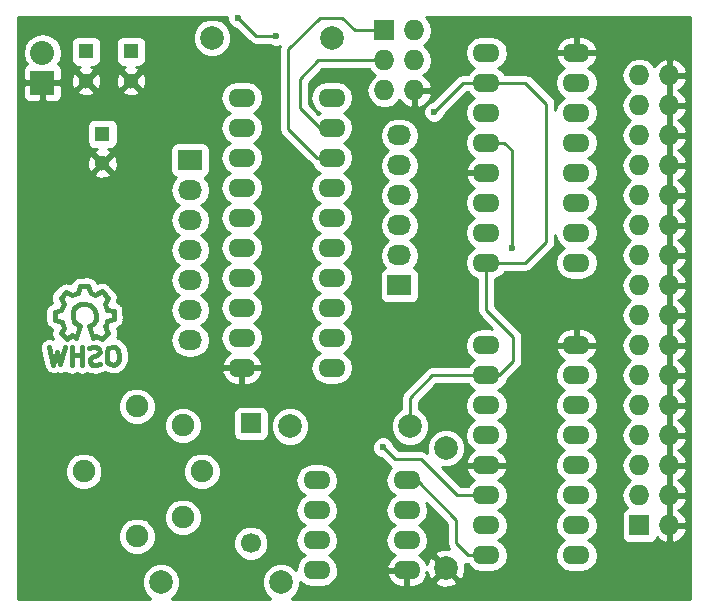
<source format=gbl>
G04 #@! TF.FileFunction,Copper,L2,Bot,Signal*
%FSLAX46Y46*%
G04 Gerber Fmt 4.6, Leading zero omitted, Abs format (unit mm)*
G04 Created by KiCad (PCBNEW 4.0.1-stable) date Monday, January 11, 2016 'pmt' 06:27:43 pm*
%MOMM*%
G01*
G04 APERTURE LIST*
%ADD10C,0.100000*%
%ADD11C,0.381000*%
%ADD12R,1.300000X1.300000*%
%ADD13C,1.300000*%
%ADD14C,1.699260*%
%ADD15R,1.699260X1.699260*%
%ADD16O,2.300000X1.600000*%
%ADD17C,1.900000*%
%ADD18R,1.727200X1.727200*%
%ADD19O,1.727200X1.727200*%
%ADD20R,2.032000X1.727200*%
%ADD21O,2.032000X1.727200*%
%ADD22R,2.032000X2.032000*%
%ADD23O,2.032000X2.032000*%
%ADD24C,1.998980*%
%ADD25C,0.600000*%
%ADD26C,0.250000*%
%ADD27C,0.254000*%
G04 APERTURE END LIST*
D10*
D11*
X30716220Y-61109860D02*
X30355540Y-62580520D01*
X30355540Y-62580520D02*
X30076140Y-61518800D01*
X30076140Y-61518800D02*
X29766260Y-62590680D01*
X29766260Y-62590680D02*
X29425900Y-61140340D01*
X32136080Y-61800740D02*
X31346140Y-61790580D01*
X31346140Y-61790580D02*
X31335980Y-61800740D01*
X31335980Y-61800740D02*
X31335980Y-61790580D01*
X31295340Y-61079380D02*
X31295340Y-62621160D01*
X32184340Y-61069220D02*
X32184340Y-62638940D01*
X32184340Y-62638940D02*
X32174180Y-62628780D01*
X32735520Y-61170820D02*
X33086040Y-61089540D01*
X33086040Y-61089540D02*
X33406080Y-61079380D01*
X33406080Y-61079380D02*
X33644840Y-61280040D01*
X33644840Y-61280040D02*
X33675320Y-61549280D01*
X33675320Y-61549280D02*
X33434020Y-61790580D01*
X33434020Y-61790580D02*
X33045400Y-61920120D01*
X33045400Y-61920120D02*
X32865060Y-62080140D01*
X32865060Y-62080140D02*
X32824420Y-62379860D01*
X32824420Y-62379860D02*
X33055560Y-62600840D01*
X33055560Y-62600840D02*
X33375600Y-62628780D01*
X33375600Y-62628780D02*
X33726120Y-62519560D01*
X34764980Y-61069220D02*
X35013900Y-61089540D01*
X35013900Y-61089540D02*
X35255200Y-61330840D01*
X35255200Y-61330840D02*
X35344100Y-61821060D01*
X35344100Y-61821060D02*
X35316160Y-62169040D01*
X35316160Y-62169040D02*
X35115500Y-62489080D01*
X35115500Y-62489080D02*
X34864040Y-62611000D01*
X34864040Y-62611000D02*
X34554160Y-62539880D01*
X34554160Y-62539880D02*
X34335720Y-62359540D01*
X34335720Y-62359540D02*
X34264600Y-61899800D01*
X34264600Y-61899800D02*
X34315400Y-61490860D01*
X34315400Y-61490860D02*
X34424620Y-61208920D01*
X34424620Y-61208920D02*
X34785300Y-61079380D01*
X34165540Y-59349640D02*
X34424620Y-59910980D01*
X34424620Y-59910980D02*
X33886140Y-60429140D01*
X33886140Y-60429140D02*
X33365440Y-60159900D01*
X33365440Y-60159900D02*
X33086040Y-60319920D01*
X31645860Y-60299600D02*
X31315660Y-60109100D01*
X31315660Y-60109100D02*
X30876240Y-60439300D01*
X30876240Y-60439300D02*
X30403800Y-59949080D01*
X30403800Y-59949080D02*
X30685740Y-59469020D01*
X30685740Y-59469020D02*
X30495240Y-58999120D01*
X30495240Y-58999120D02*
X29885640Y-58811160D01*
X29885640Y-58811160D02*
X29885640Y-58130440D01*
X29885640Y-58130440D02*
X30444440Y-57990740D01*
X30444440Y-57990740D02*
X30645100Y-57419240D01*
X30645100Y-57419240D02*
X30375860Y-56949340D01*
X30375860Y-56949340D02*
X30845760Y-56438800D01*
X30845760Y-56438800D02*
X31363920Y-56700420D01*
X31363920Y-56700420D02*
X31833820Y-56499760D01*
X31833820Y-56499760D02*
X32004000Y-55958740D01*
X32004000Y-55958740D02*
X32694880Y-55940960D01*
X32694880Y-55940960D02*
X32905700Y-56489600D01*
X32905700Y-56489600D02*
X33324800Y-56659780D01*
X33324800Y-56659780D02*
X33875980Y-56390540D01*
X33875980Y-56390540D02*
X34394140Y-56918860D01*
X34394140Y-56918860D02*
X34145220Y-57459880D01*
X34145220Y-57459880D02*
X34315400Y-57939940D01*
X34315400Y-57939940D02*
X34864040Y-58039000D01*
X34864040Y-58039000D02*
X34874200Y-58740040D01*
X34874200Y-58740040D02*
X34315400Y-58940700D01*
X34315400Y-58940700D02*
X34175700Y-59339480D01*
X32034480Y-59319160D02*
X31734760Y-59169300D01*
X31734760Y-59169300D02*
X31534100Y-58971180D01*
X31534100Y-58971180D02*
X31384240Y-58569860D01*
X31384240Y-58569860D02*
X31384240Y-58171080D01*
X31384240Y-58171080D02*
X31534100Y-57820560D01*
X31534100Y-57820560D02*
X31986220Y-57470040D01*
X31986220Y-57470040D02*
X32435800Y-57419240D01*
X32435800Y-57419240D02*
X32834580Y-57520840D01*
X32834580Y-57520840D02*
X33235900Y-57868820D01*
X33235900Y-57868820D02*
X33385760Y-58320940D01*
X33385760Y-58320940D02*
X33334960Y-58818780D01*
X33334960Y-58818780D02*
X33086040Y-59121040D01*
X33086040Y-59121040D02*
X32735520Y-59319160D01*
X32735520Y-59319160D02*
X33086040Y-60319920D01*
X32034480Y-59319160D02*
X31635700Y-60319920D01*
D12*
X36322000Y-36068000D03*
D13*
X36322000Y-38568000D03*
D12*
X32512000Y-36068000D03*
D13*
X32512000Y-38568000D03*
D14*
X46484540Y-77724520D03*
D15*
X46484540Y-67564520D03*
D16*
X45720000Y-40005000D03*
X45720000Y-42545000D03*
X45720000Y-45085000D03*
X45720000Y-47625000D03*
X45720000Y-50165000D03*
X45720000Y-52705000D03*
X45720000Y-55245000D03*
X45720000Y-57785000D03*
X45720000Y-60325000D03*
X45720000Y-62865000D03*
X53340000Y-62865000D03*
X53340000Y-60325000D03*
X53340000Y-57785000D03*
X53340000Y-55245000D03*
X53340000Y-52705000D03*
X53340000Y-50165000D03*
X53340000Y-47625000D03*
X53340000Y-45085000D03*
X53340000Y-42545000D03*
X53340000Y-40005000D03*
D17*
X42330000Y-71628000D03*
X40719087Y-67738913D03*
X40719087Y-75517087D03*
X36830000Y-66128000D03*
X32330000Y-71628000D03*
X36830000Y-77128000D03*
D18*
X57785000Y-34290000D03*
D19*
X60325000Y-34290000D03*
X57785000Y-36830000D03*
X60325000Y-36830000D03*
X57785000Y-39370000D03*
X60325000Y-39370000D03*
D20*
X41338500Y-45275500D03*
D21*
X41338500Y-47815500D03*
X41338500Y-50355500D03*
X41338500Y-52895500D03*
X41338500Y-55435500D03*
X41338500Y-57975500D03*
X41338500Y-60515500D03*
D20*
X59055000Y-55880000D03*
D21*
X59055000Y-53340000D03*
X59055000Y-50800000D03*
X59055000Y-48260000D03*
X59055000Y-45720000D03*
X59055000Y-43180000D03*
D22*
X28829000Y-38735000D03*
D23*
X28829000Y-36195000D03*
D18*
X79375000Y-76200000D03*
D19*
X81915000Y-76200000D03*
X79375000Y-73660000D03*
X81915000Y-73660000D03*
X79375000Y-71120000D03*
X81915000Y-71120000D03*
X79375000Y-68580000D03*
X81915000Y-68580000D03*
X79375000Y-66040000D03*
X81915000Y-66040000D03*
X79375000Y-63500000D03*
X81915000Y-63500000D03*
X79375000Y-60960000D03*
X81915000Y-60960000D03*
X79375000Y-58420000D03*
X81915000Y-58420000D03*
X79375000Y-55880000D03*
X81915000Y-55880000D03*
X79375000Y-53340000D03*
X81915000Y-53340000D03*
X79375000Y-50800000D03*
X81915000Y-50800000D03*
X79375000Y-48260000D03*
X81915000Y-48260000D03*
X79375000Y-45720000D03*
X81915000Y-45720000D03*
X79375000Y-43180000D03*
X81915000Y-43180000D03*
X79375000Y-40640000D03*
X81915000Y-40640000D03*
X79375000Y-38100000D03*
X81915000Y-38100000D03*
D24*
X53340000Y-34925000D03*
X43180000Y-34925000D03*
X49022000Y-81026000D03*
X38862000Y-81026000D03*
X62992000Y-69659500D03*
X62992000Y-79819500D03*
X59944000Y-67818000D03*
X49784000Y-67818000D03*
D16*
X52070000Y-72390000D03*
X52070000Y-74930000D03*
X52070000Y-77470000D03*
X52070000Y-80010000D03*
X59690000Y-80010000D03*
X59690000Y-77470000D03*
X59690000Y-74930000D03*
X59690000Y-72390000D03*
X74041000Y-78740000D03*
X74041000Y-76200000D03*
X74041000Y-73660000D03*
X74041000Y-71120000D03*
X74041000Y-68580000D03*
X74041000Y-66040000D03*
X74041000Y-63500000D03*
X74041000Y-60960000D03*
X66421000Y-60960000D03*
X66421000Y-63500000D03*
X66421000Y-66040000D03*
X66421000Y-68580000D03*
X66421000Y-71120000D03*
X66421000Y-73660000D03*
X66421000Y-76200000D03*
X66421000Y-78740000D03*
X74041000Y-53975000D03*
X74041000Y-51435000D03*
X74041000Y-48895000D03*
X74041000Y-46355000D03*
X74041000Y-43815000D03*
X74041000Y-41275000D03*
X74041000Y-38735000D03*
X74041000Y-36195000D03*
X66421000Y-36195000D03*
X66421000Y-38735000D03*
X66421000Y-41275000D03*
X66421000Y-43815000D03*
X66421000Y-46355000D03*
X66421000Y-48895000D03*
X66421000Y-51435000D03*
X66421000Y-53975000D03*
D12*
X33909000Y-43053000D03*
D13*
X33909000Y-45553000D03*
D25*
X61976000Y-41211500D03*
X48641000Y-34734500D03*
X45402500Y-33210500D03*
X57658000Y-69596000D03*
X68580000Y-52705000D03*
D26*
X64452500Y-38735000D02*
X66421000Y-38735000D01*
X61976000Y-41211500D02*
X64452500Y-38735000D01*
X46926500Y-34734500D02*
X48641000Y-34734500D01*
X45402500Y-33210500D02*
X46926500Y-34734500D01*
X66421000Y-53975000D02*
X69723000Y-53975000D01*
X69723000Y-53975000D02*
X71501000Y-52197000D01*
X71501000Y-52197000D02*
X71501000Y-40513000D01*
X71501000Y-40513000D02*
X69723000Y-38735000D01*
X69723000Y-38735000D02*
X66421000Y-38735000D01*
X66421000Y-53975000D02*
X66421000Y-57975500D01*
X67500500Y-63500000D02*
X66230500Y-63500000D01*
X68707000Y-62293500D02*
X67500500Y-63500000D01*
X68707000Y-60261500D02*
X68707000Y-62293500D01*
X66421000Y-57975500D02*
X68707000Y-60261500D01*
X59944000Y-67818000D02*
X59944000Y-65405000D01*
X61849000Y-63500000D02*
X66421000Y-63500000D01*
X59944000Y-65405000D02*
X61849000Y-63500000D01*
X59690000Y-72390000D02*
X60515500Y-72390000D01*
X60515500Y-72390000D02*
X63881000Y-75755500D01*
X64897000Y-78740000D02*
X66421000Y-78740000D01*
X63881000Y-77724000D02*
X64897000Y-78740000D01*
X63881000Y-75755500D02*
X63881000Y-77724000D01*
X63944500Y-73660000D02*
X66421000Y-73660000D01*
X60896500Y-70612000D02*
X63944500Y-73660000D01*
X58674000Y-70612000D02*
X60896500Y-70612000D01*
X57658000Y-69596000D02*
X58674000Y-70612000D01*
X67945000Y-43815000D02*
X66421000Y-43815000D01*
X68580000Y-44450000D02*
X67945000Y-43815000D01*
X68580000Y-52705000D02*
X68580000Y-44450000D01*
X57785000Y-34290000D02*
X55308500Y-34290000D01*
X52070000Y-45085000D02*
X53340000Y-45085000D01*
X49657000Y-42672000D02*
X52070000Y-45085000D01*
X49657000Y-35877500D02*
X49657000Y-42672000D01*
X52324000Y-33210500D02*
X49657000Y-35877500D01*
X54229000Y-33210500D02*
X52324000Y-33210500D01*
X55308500Y-34290000D02*
X54229000Y-33210500D01*
X57785000Y-36830000D02*
X52197000Y-36830000D01*
X50609500Y-40830500D02*
X52324000Y-42545000D01*
X50609500Y-38417500D02*
X50609500Y-40830500D01*
X52197000Y-36830000D02*
X50609500Y-38417500D01*
X52324000Y-42545000D02*
X53340000Y-42545000D01*
D27*
G36*
X44467338Y-33395667D02*
X44609383Y-33739443D01*
X44872173Y-34002692D01*
X45215701Y-34145338D01*
X45262577Y-34145379D01*
X46389099Y-35271901D01*
X46635660Y-35436648D01*
X46680032Y-35445474D01*
X46926500Y-35494500D01*
X48078537Y-35494500D01*
X48110673Y-35526692D01*
X48454201Y-35669338D01*
X48826167Y-35669662D01*
X48948387Y-35619162D01*
X48897000Y-35877500D01*
X48897000Y-42672000D01*
X48954852Y-42962839D01*
X49119599Y-43209401D01*
X51532599Y-45622401D01*
X51693045Y-45729608D01*
X51940332Y-46099698D01*
X52322418Y-46355000D01*
X51940332Y-46610302D01*
X51629263Y-47075849D01*
X51520030Y-47625000D01*
X51629263Y-48174151D01*
X51940332Y-48639698D01*
X52322418Y-48895000D01*
X51940332Y-49150302D01*
X51629263Y-49615849D01*
X51520030Y-50165000D01*
X51629263Y-50714151D01*
X51940332Y-51179698D01*
X52322418Y-51435000D01*
X51940332Y-51690302D01*
X51629263Y-52155849D01*
X51520030Y-52705000D01*
X51629263Y-53254151D01*
X51940332Y-53719698D01*
X52322418Y-53975000D01*
X51940332Y-54230302D01*
X51629263Y-54695849D01*
X51520030Y-55245000D01*
X51629263Y-55794151D01*
X51940332Y-56259698D01*
X52322418Y-56515000D01*
X51940332Y-56770302D01*
X51629263Y-57235849D01*
X51520030Y-57785000D01*
X51629263Y-58334151D01*
X51940332Y-58799698D01*
X52322418Y-59055000D01*
X51940332Y-59310302D01*
X51629263Y-59775849D01*
X51520030Y-60325000D01*
X51629263Y-60874151D01*
X51940332Y-61339698D01*
X52322418Y-61595000D01*
X51940332Y-61850302D01*
X51629263Y-62315849D01*
X51520030Y-62865000D01*
X51629263Y-63414151D01*
X51940332Y-63879698D01*
X52405879Y-64190767D01*
X52955030Y-64300000D01*
X53724970Y-64300000D01*
X54274121Y-64190767D01*
X54739668Y-63879698D01*
X55050737Y-63414151D01*
X55159970Y-62865000D01*
X55050737Y-62315849D01*
X54739668Y-61850302D01*
X54357582Y-61595000D01*
X54739668Y-61339698D01*
X55050737Y-60874151D01*
X55159970Y-60325000D01*
X55050737Y-59775849D01*
X54739668Y-59310302D01*
X54357582Y-59055000D01*
X54739668Y-58799698D01*
X55050737Y-58334151D01*
X55159970Y-57785000D01*
X55050737Y-57235849D01*
X54739668Y-56770302D01*
X54357582Y-56515000D01*
X54739668Y-56259698D01*
X55050737Y-55794151D01*
X55159970Y-55245000D01*
X55050737Y-54695849D01*
X54739668Y-54230302D01*
X54357582Y-53975000D01*
X54739668Y-53719698D01*
X55050737Y-53254151D01*
X55159970Y-52705000D01*
X55050737Y-52155849D01*
X54739668Y-51690302D01*
X54357582Y-51435000D01*
X54739668Y-51179698D01*
X55050737Y-50714151D01*
X55159970Y-50165000D01*
X55050737Y-49615849D01*
X54739668Y-49150302D01*
X54357582Y-48895000D01*
X54739668Y-48639698D01*
X55050737Y-48174151D01*
X55159970Y-47625000D01*
X55050737Y-47075849D01*
X54739668Y-46610302D01*
X54357582Y-46355000D01*
X54739668Y-46099698D01*
X55050737Y-45634151D01*
X55159970Y-45085000D01*
X55050737Y-44535849D01*
X54739668Y-44070302D01*
X54357582Y-43815000D01*
X54739668Y-43559698D01*
X54993374Y-43180000D01*
X57371655Y-43180000D01*
X57485729Y-43753489D01*
X57810585Y-44239670D01*
X58125366Y-44450000D01*
X57810585Y-44660330D01*
X57485729Y-45146511D01*
X57371655Y-45720000D01*
X57485729Y-46293489D01*
X57810585Y-46779670D01*
X58125366Y-46990000D01*
X57810585Y-47200330D01*
X57485729Y-47686511D01*
X57371655Y-48260000D01*
X57485729Y-48833489D01*
X57810585Y-49319670D01*
X58125366Y-49530000D01*
X57810585Y-49740330D01*
X57485729Y-50226511D01*
X57371655Y-50800000D01*
X57485729Y-51373489D01*
X57810585Y-51859670D01*
X58125366Y-52070000D01*
X57810585Y-52280330D01*
X57485729Y-52766511D01*
X57371655Y-53340000D01*
X57485729Y-53913489D01*
X57810585Y-54399670D01*
X57824913Y-54409243D01*
X57803683Y-54413238D01*
X57587559Y-54552310D01*
X57442569Y-54764510D01*
X57391560Y-55016400D01*
X57391560Y-56743600D01*
X57435838Y-56978917D01*
X57574910Y-57195041D01*
X57787110Y-57340031D01*
X58039000Y-57391040D01*
X60071000Y-57391040D01*
X60306317Y-57346762D01*
X60522441Y-57207690D01*
X60667431Y-56995490D01*
X60718440Y-56743600D01*
X60718440Y-55016400D01*
X60674162Y-54781083D01*
X60535090Y-54564959D01*
X60322890Y-54419969D01*
X60281561Y-54411600D01*
X60299415Y-54399670D01*
X60624271Y-53913489D01*
X60738345Y-53340000D01*
X60624271Y-52766511D01*
X60299415Y-52280330D01*
X59984634Y-52070000D01*
X60299415Y-51859670D01*
X60624271Y-51373489D01*
X60738345Y-50800000D01*
X60624271Y-50226511D01*
X60299415Y-49740330D01*
X59984634Y-49530000D01*
X60299415Y-49319670D01*
X60624271Y-48833489D01*
X60738345Y-48260000D01*
X60624271Y-47686511D01*
X60299415Y-47200330D01*
X59984634Y-46990000D01*
X60299415Y-46779670D01*
X60624271Y-46293489D01*
X60738345Y-45720000D01*
X60624271Y-45146511D01*
X60299415Y-44660330D01*
X59984634Y-44450000D01*
X60299415Y-44239670D01*
X60624271Y-43753489D01*
X60738345Y-43180000D01*
X60624271Y-42606511D01*
X60299415Y-42120330D01*
X59813234Y-41795474D01*
X59239745Y-41681400D01*
X58870255Y-41681400D01*
X58296766Y-41795474D01*
X57810585Y-42120330D01*
X57485729Y-42606511D01*
X57371655Y-43180000D01*
X54993374Y-43180000D01*
X55050737Y-43094151D01*
X55159970Y-42545000D01*
X55050737Y-41995849D01*
X54739668Y-41530302D01*
X54357582Y-41275000D01*
X54739668Y-41019698D01*
X55050737Y-40554151D01*
X55159970Y-40005000D01*
X55050737Y-39455849D01*
X54739668Y-38990302D01*
X54274121Y-38679233D01*
X53724970Y-38570000D01*
X52955030Y-38570000D01*
X52405879Y-38679233D01*
X51940332Y-38990302D01*
X51629263Y-39455849D01*
X51520030Y-40005000D01*
X51629263Y-40554151D01*
X51940332Y-41019698D01*
X52322418Y-41275000D01*
X52206354Y-41352552D01*
X51369500Y-40515698D01*
X51369500Y-38732302D01*
X52511802Y-37590000D01*
X56495738Y-37590000D01*
X56695971Y-37889670D01*
X57010752Y-38100000D01*
X56695971Y-38310330D01*
X56371115Y-38796511D01*
X56257041Y-39370000D01*
X56371115Y-39943489D01*
X56695971Y-40429670D01*
X57182152Y-40754526D01*
X57755641Y-40868600D01*
X57814359Y-40868600D01*
X58387848Y-40754526D01*
X58874029Y-40429670D01*
X59054992Y-40158839D01*
X59436510Y-40576821D01*
X59965973Y-40824968D01*
X60198000Y-40704469D01*
X60198000Y-39497000D01*
X60452000Y-39497000D01*
X60452000Y-40704469D01*
X60684027Y-40824968D01*
X61213490Y-40576821D01*
X61607688Y-40144947D01*
X61779958Y-39729026D01*
X61658817Y-39497000D01*
X60452000Y-39497000D01*
X60198000Y-39497000D01*
X60178000Y-39497000D01*
X60178000Y-39243000D01*
X60198000Y-39243000D01*
X60198000Y-39223000D01*
X60452000Y-39223000D01*
X60452000Y-39243000D01*
X61658817Y-39243000D01*
X61779958Y-39010974D01*
X61607688Y-38595053D01*
X61213490Y-38163179D01*
X61090772Y-38105664D01*
X61414029Y-37889670D01*
X61738885Y-37403489D01*
X61852959Y-36830000D01*
X61738885Y-36256511D01*
X61414029Y-35770330D01*
X61099248Y-35560000D01*
X61414029Y-35349670D01*
X61738885Y-34863489D01*
X61852959Y-34290000D01*
X61738885Y-33716511D01*
X61414029Y-33230330D01*
X61289317Y-33147000D01*
X83693000Y-33147000D01*
X83693000Y-82423000D01*
X49921151Y-82423000D01*
X49946655Y-82412462D01*
X50406846Y-81953073D01*
X50656206Y-81352547D01*
X50656510Y-81004013D01*
X50670332Y-81024698D01*
X51135879Y-81335767D01*
X51685030Y-81445000D01*
X52454970Y-81445000D01*
X53004121Y-81335767D01*
X53469668Y-81024698D01*
X53780737Y-80559151D01*
X53820541Y-80359039D01*
X57948096Y-80359039D01*
X57965633Y-80441819D01*
X58235500Y-80934896D01*
X58673517Y-81287166D01*
X59213000Y-81445000D01*
X59563000Y-81445000D01*
X59563000Y-80137000D01*
X58070085Y-80137000D01*
X57948096Y-80359039D01*
X53820541Y-80359039D01*
X53889970Y-80010000D01*
X53780737Y-79460849D01*
X53469668Y-78995302D01*
X53087582Y-78740000D01*
X53469668Y-78484698D01*
X53780737Y-78019151D01*
X53889970Y-77470000D01*
X53780737Y-76920849D01*
X53469668Y-76455302D01*
X53087582Y-76200000D01*
X53469668Y-75944698D01*
X53780737Y-75479151D01*
X53889970Y-74930000D01*
X53780737Y-74380849D01*
X53469668Y-73915302D01*
X53087582Y-73660000D01*
X53469668Y-73404698D01*
X53780737Y-72939151D01*
X53889970Y-72390000D01*
X53780737Y-71840849D01*
X53469668Y-71375302D01*
X53004121Y-71064233D01*
X52454970Y-70955000D01*
X51685030Y-70955000D01*
X51135879Y-71064233D01*
X50670332Y-71375302D01*
X50359263Y-71840849D01*
X50250030Y-72390000D01*
X50359263Y-72939151D01*
X50670332Y-73404698D01*
X51052418Y-73660000D01*
X50670332Y-73915302D01*
X50359263Y-74380849D01*
X50250030Y-74930000D01*
X50359263Y-75479151D01*
X50670332Y-75944698D01*
X51052418Y-76200000D01*
X50670332Y-76455302D01*
X50359263Y-76920849D01*
X50250030Y-77470000D01*
X50359263Y-78019151D01*
X50670332Y-78484698D01*
X51052418Y-78740000D01*
X50670332Y-78995302D01*
X50359263Y-79460849D01*
X50261203Y-79953829D01*
X49949073Y-79641154D01*
X49348547Y-79391794D01*
X48698306Y-79391226D01*
X48097345Y-79639538D01*
X47637154Y-80098927D01*
X47387794Y-80699453D01*
X47387226Y-81349694D01*
X47635538Y-81950655D01*
X48094927Y-82410846D01*
X48124197Y-82423000D01*
X39761151Y-82423000D01*
X39786655Y-82412462D01*
X40246846Y-81953073D01*
X40496206Y-81352547D01*
X40496774Y-80702306D01*
X40248462Y-80101345D01*
X39789073Y-79641154D01*
X39188547Y-79391794D01*
X38538306Y-79391226D01*
X37937345Y-79639538D01*
X37477154Y-80098927D01*
X37227794Y-80699453D01*
X37227226Y-81349694D01*
X37475538Y-81950655D01*
X37934927Y-82410846D01*
X37964197Y-82423000D01*
X26797000Y-82423000D01*
X26797000Y-77441893D01*
X35244725Y-77441893D01*
X35485519Y-78024657D01*
X35930997Y-78470914D01*
X36513341Y-78712724D01*
X37143893Y-78713275D01*
X37726657Y-78472481D01*
X38172914Y-78027003D01*
X38176429Y-78018536D01*
X44999652Y-78018536D01*
X45225198Y-78564397D01*
X45642466Y-78982394D01*
X46187933Y-79208892D01*
X46778556Y-79209408D01*
X47324417Y-78983862D01*
X47742414Y-78566594D01*
X47968912Y-78021127D01*
X47969428Y-77430504D01*
X47743882Y-76884643D01*
X47326614Y-76466646D01*
X46781147Y-76240148D01*
X46190524Y-76239632D01*
X45644663Y-76465178D01*
X45226666Y-76882446D01*
X45000168Y-77427913D01*
X44999652Y-78018536D01*
X38176429Y-78018536D01*
X38414724Y-77444659D01*
X38415275Y-76814107D01*
X38174481Y-76231343D01*
X37774817Y-75830980D01*
X39133812Y-75830980D01*
X39374606Y-76413744D01*
X39820084Y-76860001D01*
X40402428Y-77101811D01*
X41032980Y-77102362D01*
X41615744Y-76861568D01*
X42062001Y-76416090D01*
X42303811Y-75833746D01*
X42304362Y-75203194D01*
X42063568Y-74620430D01*
X41618090Y-74174173D01*
X41035746Y-73932363D01*
X40405194Y-73931812D01*
X39822430Y-74172606D01*
X39376173Y-74618084D01*
X39134363Y-75200428D01*
X39133812Y-75830980D01*
X37774817Y-75830980D01*
X37729003Y-75785086D01*
X37146659Y-75543276D01*
X36516107Y-75542725D01*
X35933343Y-75783519D01*
X35487086Y-76228997D01*
X35245276Y-76811341D01*
X35244725Y-77441893D01*
X26797000Y-77441893D01*
X26797000Y-71941893D01*
X30744725Y-71941893D01*
X30985519Y-72524657D01*
X31430997Y-72970914D01*
X32013341Y-73212724D01*
X32643893Y-73213275D01*
X33226657Y-72972481D01*
X33672914Y-72527003D01*
X33914724Y-71944659D01*
X33914726Y-71941893D01*
X40744725Y-71941893D01*
X40985519Y-72524657D01*
X41430997Y-72970914D01*
X42013341Y-73212724D01*
X42643893Y-73213275D01*
X43226657Y-72972481D01*
X43672914Y-72527003D01*
X43914724Y-71944659D01*
X43915275Y-71314107D01*
X43674481Y-70731343D01*
X43229003Y-70285086D01*
X42646659Y-70043276D01*
X42016107Y-70042725D01*
X41433343Y-70283519D01*
X40987086Y-70728997D01*
X40745276Y-71311341D01*
X40744725Y-71941893D01*
X33914726Y-71941893D01*
X33915275Y-71314107D01*
X33674481Y-70731343D01*
X33229003Y-70285086D01*
X32646659Y-70043276D01*
X32016107Y-70042725D01*
X31433343Y-70283519D01*
X30987086Y-70728997D01*
X30745276Y-71311341D01*
X30744725Y-71941893D01*
X26797000Y-71941893D01*
X26797000Y-69781167D01*
X56722838Y-69781167D01*
X56864883Y-70124943D01*
X57127673Y-70388192D01*
X57471201Y-70530838D01*
X57518077Y-70530879D01*
X58136599Y-71149401D01*
X58382508Y-71313712D01*
X58290332Y-71375302D01*
X57979263Y-71840849D01*
X57870030Y-72390000D01*
X57979263Y-72939151D01*
X58290332Y-73404698D01*
X58672418Y-73660000D01*
X58290332Y-73915302D01*
X57979263Y-74380849D01*
X57870030Y-74930000D01*
X57979263Y-75479151D01*
X58290332Y-75944698D01*
X58672418Y-76200000D01*
X58290332Y-76455302D01*
X57979263Y-76920849D01*
X57870030Y-77470000D01*
X57979263Y-78019151D01*
X58290332Y-78484698D01*
X58668151Y-78737149D01*
X58235500Y-79085104D01*
X57965633Y-79578181D01*
X57948096Y-79660961D01*
X58070085Y-79883000D01*
X59563000Y-79883000D01*
X59563000Y-79863000D01*
X59817000Y-79863000D01*
X59817000Y-79883000D01*
X59837000Y-79883000D01*
X59837000Y-80137000D01*
X59817000Y-80137000D01*
X59817000Y-81445000D01*
X60167000Y-81445000D01*
X60706483Y-81287166D01*
X61098783Y-80971663D01*
X62019443Y-80971663D01*
X62118042Y-81238465D01*
X62727582Y-81464901D01*
X63377377Y-81440841D01*
X63865958Y-81238465D01*
X63964557Y-80971663D01*
X62992000Y-79999105D01*
X62019443Y-80971663D01*
X61098783Y-80971663D01*
X61144500Y-80934896D01*
X61414367Y-80441819D01*
X61431904Y-80359039D01*
X61309916Y-80137002D01*
X61368146Y-80137002D01*
X61370659Y-80204877D01*
X61573035Y-80693458D01*
X61839837Y-80792057D01*
X62812395Y-79819500D01*
X61839837Y-78846943D01*
X61573035Y-78945542D01*
X61368887Y-79495084D01*
X61144500Y-79085104D01*
X60711849Y-78737149D01*
X61089668Y-78484698D01*
X61400737Y-78019151D01*
X61509970Y-77470000D01*
X61400737Y-76920849D01*
X61089668Y-76455302D01*
X60707582Y-76200000D01*
X61089668Y-75944698D01*
X61400737Y-75479151D01*
X61509970Y-74930000D01*
X61400737Y-74380849D01*
X61338696Y-74287998D01*
X63121000Y-76070302D01*
X63121000Y-77724000D01*
X63178852Y-78014839D01*
X63294791Y-78188354D01*
X63256418Y-78174099D01*
X62606623Y-78198159D01*
X62118042Y-78400535D01*
X62019443Y-78667337D01*
X62992000Y-79639895D01*
X63006142Y-79625752D01*
X63185748Y-79805358D01*
X63171605Y-79819500D01*
X64144163Y-80792057D01*
X64410965Y-80693458D01*
X64637401Y-80083918D01*
X64613694Y-79443646D01*
X64844120Y-79489481D01*
X65021332Y-79754698D01*
X65486879Y-80065767D01*
X66036030Y-80175000D01*
X66805970Y-80175000D01*
X67355121Y-80065767D01*
X67820668Y-79754698D01*
X68131737Y-79289151D01*
X68240970Y-78740000D01*
X68131737Y-78190849D01*
X67820668Y-77725302D01*
X67438582Y-77470000D01*
X67820668Y-77214698D01*
X68131737Y-76749151D01*
X68240970Y-76200000D01*
X68131737Y-75650849D01*
X67820668Y-75185302D01*
X67438582Y-74930000D01*
X67820668Y-74674698D01*
X68131737Y-74209151D01*
X68240970Y-73660000D01*
X68131737Y-73110849D01*
X67820668Y-72645302D01*
X67442849Y-72392851D01*
X67875500Y-72044896D01*
X68145367Y-71551819D01*
X68162904Y-71469039D01*
X68040915Y-71247000D01*
X66548000Y-71247000D01*
X66548000Y-71267000D01*
X66294000Y-71267000D01*
X66294000Y-71247000D01*
X64801085Y-71247000D01*
X64679096Y-71469039D01*
X64696633Y-71551819D01*
X64966500Y-72044896D01*
X65399151Y-72392851D01*
X65021332Y-72645302D01*
X64851148Y-72900000D01*
X64259302Y-72900000D01*
X62644171Y-71284869D01*
X62665453Y-71293706D01*
X63315694Y-71294274D01*
X63916655Y-71045962D01*
X64376846Y-70586573D01*
X64626206Y-69986047D01*
X64626774Y-69335806D01*
X64378462Y-68734845D01*
X63919073Y-68274654D01*
X63318547Y-68025294D01*
X62668306Y-68024726D01*
X62067345Y-68273038D01*
X61607154Y-68732427D01*
X61357794Y-69332953D01*
X61357226Y-69983194D01*
X61380155Y-70038687D01*
X61187339Y-69909852D01*
X60896500Y-69852000D01*
X58988802Y-69852000D01*
X58593122Y-69456320D01*
X58593162Y-69410833D01*
X58451117Y-69067057D01*
X58188327Y-68803808D01*
X57844799Y-68661162D01*
X57472833Y-68660838D01*
X57129057Y-68802883D01*
X56865808Y-69065673D01*
X56723162Y-69409201D01*
X56722838Y-69781167D01*
X26797000Y-69781167D01*
X26797000Y-68052806D01*
X39133812Y-68052806D01*
X39374606Y-68635570D01*
X39820084Y-69081827D01*
X40402428Y-69323637D01*
X41032980Y-69324188D01*
X41615744Y-69083394D01*
X42062001Y-68637916D01*
X42303811Y-68055572D01*
X42304362Y-67425020D01*
X42063568Y-66842256D01*
X41936425Y-66714890D01*
X44987470Y-66714890D01*
X44987470Y-68414150D01*
X45031748Y-68649467D01*
X45170820Y-68865591D01*
X45383020Y-69010581D01*
X45634910Y-69061590D01*
X47334170Y-69061590D01*
X47569487Y-69017312D01*
X47785611Y-68878240D01*
X47930601Y-68666040D01*
X47981610Y-68414150D01*
X47981610Y-68141694D01*
X48149226Y-68141694D01*
X48397538Y-68742655D01*
X48856927Y-69202846D01*
X49457453Y-69452206D01*
X50107694Y-69452774D01*
X50708655Y-69204462D01*
X51168846Y-68745073D01*
X51418206Y-68144547D01*
X51418208Y-68141694D01*
X58309226Y-68141694D01*
X58557538Y-68742655D01*
X59016927Y-69202846D01*
X59617453Y-69452206D01*
X60267694Y-69452774D01*
X60868655Y-69204462D01*
X61328846Y-68745073D01*
X61578206Y-68144547D01*
X61578774Y-67494306D01*
X61330462Y-66893345D01*
X60871073Y-66433154D01*
X60704000Y-66363779D01*
X60704000Y-65719802D01*
X62163802Y-64260000D01*
X64851148Y-64260000D01*
X65021332Y-64514698D01*
X65403418Y-64770000D01*
X65021332Y-65025302D01*
X64710263Y-65490849D01*
X64601030Y-66040000D01*
X64710263Y-66589151D01*
X65021332Y-67054698D01*
X65403418Y-67310000D01*
X65021332Y-67565302D01*
X64710263Y-68030849D01*
X64601030Y-68580000D01*
X64710263Y-69129151D01*
X65021332Y-69594698D01*
X65399151Y-69847149D01*
X64966500Y-70195104D01*
X64696633Y-70688181D01*
X64679096Y-70770961D01*
X64801085Y-70993000D01*
X66294000Y-70993000D01*
X66294000Y-70973000D01*
X66548000Y-70973000D01*
X66548000Y-70993000D01*
X68040915Y-70993000D01*
X68162904Y-70770961D01*
X68145367Y-70688181D01*
X67875500Y-70195104D01*
X67442849Y-69847149D01*
X67820668Y-69594698D01*
X68131737Y-69129151D01*
X68240970Y-68580000D01*
X68131737Y-68030849D01*
X67820668Y-67565302D01*
X67438582Y-67310000D01*
X67820668Y-67054698D01*
X68131737Y-66589151D01*
X68240970Y-66040000D01*
X68131737Y-65490849D01*
X67820668Y-65025302D01*
X67438582Y-64770000D01*
X67820668Y-64514698D01*
X68131737Y-64049151D01*
X68157954Y-63917348D01*
X68575302Y-63500000D01*
X72221030Y-63500000D01*
X72330263Y-64049151D01*
X72641332Y-64514698D01*
X73023418Y-64770000D01*
X72641332Y-65025302D01*
X72330263Y-65490849D01*
X72221030Y-66040000D01*
X72330263Y-66589151D01*
X72641332Y-67054698D01*
X73023418Y-67310000D01*
X72641332Y-67565302D01*
X72330263Y-68030849D01*
X72221030Y-68580000D01*
X72330263Y-69129151D01*
X72641332Y-69594698D01*
X73023418Y-69850000D01*
X72641332Y-70105302D01*
X72330263Y-70570849D01*
X72221030Y-71120000D01*
X72330263Y-71669151D01*
X72641332Y-72134698D01*
X73023418Y-72390000D01*
X72641332Y-72645302D01*
X72330263Y-73110849D01*
X72221030Y-73660000D01*
X72330263Y-74209151D01*
X72641332Y-74674698D01*
X73023418Y-74930000D01*
X72641332Y-75185302D01*
X72330263Y-75650849D01*
X72221030Y-76200000D01*
X72330263Y-76749151D01*
X72641332Y-77214698D01*
X73023418Y-77470000D01*
X72641332Y-77725302D01*
X72330263Y-78190849D01*
X72221030Y-78740000D01*
X72330263Y-79289151D01*
X72641332Y-79754698D01*
X73106879Y-80065767D01*
X73656030Y-80175000D01*
X74425970Y-80175000D01*
X74975121Y-80065767D01*
X75440668Y-79754698D01*
X75751737Y-79289151D01*
X75860970Y-78740000D01*
X75751737Y-78190849D01*
X75440668Y-77725302D01*
X75058582Y-77470000D01*
X75440668Y-77214698D01*
X75751737Y-76749151D01*
X75860970Y-76200000D01*
X75751737Y-75650849D01*
X75440668Y-75185302D01*
X75058582Y-74930000D01*
X75440668Y-74674698D01*
X75751737Y-74209151D01*
X75860970Y-73660000D01*
X75751737Y-73110849D01*
X75440668Y-72645302D01*
X75058582Y-72390000D01*
X75440668Y-72134698D01*
X75751737Y-71669151D01*
X75860970Y-71120000D01*
X75751737Y-70570849D01*
X75440668Y-70105302D01*
X75058582Y-69850000D01*
X75440668Y-69594698D01*
X75751737Y-69129151D01*
X75860970Y-68580000D01*
X75751737Y-68030849D01*
X75440668Y-67565302D01*
X75058582Y-67310000D01*
X75440668Y-67054698D01*
X75751737Y-66589151D01*
X75860970Y-66040000D01*
X75751737Y-65490849D01*
X75440668Y-65025302D01*
X75058582Y-64770000D01*
X75440668Y-64514698D01*
X75751737Y-64049151D01*
X75860970Y-63500000D01*
X75751737Y-62950849D01*
X75440668Y-62485302D01*
X75062849Y-62232851D01*
X75495500Y-61884896D01*
X75765367Y-61391819D01*
X75782904Y-61309039D01*
X75660915Y-61087000D01*
X74168000Y-61087000D01*
X74168000Y-61107000D01*
X73914000Y-61107000D01*
X73914000Y-61087000D01*
X72421085Y-61087000D01*
X72299096Y-61309039D01*
X72316633Y-61391819D01*
X72586500Y-61884896D01*
X73019151Y-62232851D01*
X72641332Y-62485302D01*
X72330263Y-62950849D01*
X72221030Y-63500000D01*
X68575302Y-63500000D01*
X69244401Y-62830901D01*
X69409148Y-62584339D01*
X69467000Y-62293500D01*
X69467000Y-60610961D01*
X72299096Y-60610961D01*
X72421085Y-60833000D01*
X73914000Y-60833000D01*
X73914000Y-59525000D01*
X74168000Y-59525000D01*
X74168000Y-60833000D01*
X75660915Y-60833000D01*
X75782904Y-60610961D01*
X75765367Y-60528181D01*
X75495500Y-60035104D01*
X75057483Y-59682834D01*
X74518000Y-59525000D01*
X74168000Y-59525000D01*
X73914000Y-59525000D01*
X73564000Y-59525000D01*
X73024517Y-59682834D01*
X72586500Y-60035104D01*
X72316633Y-60528181D01*
X72299096Y-60610961D01*
X69467000Y-60610961D01*
X69467000Y-60261500D01*
X69447546Y-60163698D01*
X69409148Y-59970660D01*
X69244401Y-59724099D01*
X67181000Y-57660698D01*
X67181000Y-55335402D01*
X67355121Y-55300767D01*
X67820668Y-54989698D01*
X67990852Y-54735000D01*
X69723000Y-54735000D01*
X70013839Y-54677148D01*
X70260401Y-54512401D01*
X72038401Y-52734401D01*
X72203148Y-52487839D01*
X72261000Y-52197000D01*
X72261000Y-51635943D01*
X72330263Y-51984151D01*
X72641332Y-52449698D01*
X73023418Y-52705000D01*
X72641332Y-52960302D01*
X72330263Y-53425849D01*
X72221030Y-53975000D01*
X72330263Y-54524151D01*
X72641332Y-54989698D01*
X73106879Y-55300767D01*
X73656030Y-55410000D01*
X74425970Y-55410000D01*
X74975121Y-55300767D01*
X75440668Y-54989698D01*
X75751737Y-54524151D01*
X75860970Y-53975000D01*
X75751737Y-53425849D01*
X75440668Y-52960302D01*
X75058582Y-52705000D01*
X75440668Y-52449698D01*
X75751737Y-51984151D01*
X75860970Y-51435000D01*
X75751737Y-50885849D01*
X75440668Y-50420302D01*
X75058582Y-50165000D01*
X75440668Y-49909698D01*
X75751737Y-49444151D01*
X75860970Y-48895000D01*
X75751737Y-48345849D01*
X75440668Y-47880302D01*
X75058582Y-47625000D01*
X75440668Y-47369698D01*
X75751737Y-46904151D01*
X75860970Y-46355000D01*
X75751737Y-45805849D01*
X75440668Y-45340302D01*
X75058582Y-45085000D01*
X75440668Y-44829698D01*
X75751737Y-44364151D01*
X75860970Y-43815000D01*
X75751737Y-43265849D01*
X75440668Y-42800302D01*
X75058582Y-42545000D01*
X75440668Y-42289698D01*
X75751737Y-41824151D01*
X75860970Y-41275000D01*
X75751737Y-40725849D01*
X75440668Y-40260302D01*
X75058582Y-40005000D01*
X75440668Y-39749698D01*
X75751737Y-39284151D01*
X75860970Y-38735000D01*
X75751737Y-38185849D01*
X75694375Y-38100000D01*
X77847041Y-38100000D01*
X77961115Y-38673489D01*
X78285971Y-39159670D01*
X78600752Y-39370000D01*
X78285971Y-39580330D01*
X77961115Y-40066511D01*
X77847041Y-40640000D01*
X77961115Y-41213489D01*
X78285971Y-41699670D01*
X78600752Y-41910000D01*
X78285971Y-42120330D01*
X77961115Y-42606511D01*
X77847041Y-43180000D01*
X77961115Y-43753489D01*
X78285971Y-44239670D01*
X78600752Y-44450000D01*
X78285971Y-44660330D01*
X77961115Y-45146511D01*
X77847041Y-45720000D01*
X77961115Y-46293489D01*
X78285971Y-46779670D01*
X78600752Y-46990000D01*
X78285971Y-47200330D01*
X77961115Y-47686511D01*
X77847041Y-48260000D01*
X77961115Y-48833489D01*
X78285971Y-49319670D01*
X78600752Y-49530000D01*
X78285971Y-49740330D01*
X77961115Y-50226511D01*
X77847041Y-50800000D01*
X77961115Y-51373489D01*
X78285971Y-51859670D01*
X78600752Y-52070000D01*
X78285971Y-52280330D01*
X77961115Y-52766511D01*
X77847041Y-53340000D01*
X77961115Y-53913489D01*
X78285971Y-54399670D01*
X78600752Y-54610000D01*
X78285971Y-54820330D01*
X77961115Y-55306511D01*
X77847041Y-55880000D01*
X77961115Y-56453489D01*
X78285971Y-56939670D01*
X78600752Y-57150000D01*
X78285971Y-57360330D01*
X77961115Y-57846511D01*
X77847041Y-58420000D01*
X77961115Y-58993489D01*
X78285971Y-59479670D01*
X78600752Y-59690000D01*
X78285971Y-59900330D01*
X77961115Y-60386511D01*
X77847041Y-60960000D01*
X77961115Y-61533489D01*
X78285971Y-62019670D01*
X78600752Y-62230000D01*
X78285971Y-62440330D01*
X77961115Y-62926511D01*
X77847041Y-63500000D01*
X77961115Y-64073489D01*
X78285971Y-64559670D01*
X78600752Y-64770000D01*
X78285971Y-64980330D01*
X77961115Y-65466511D01*
X77847041Y-66040000D01*
X77961115Y-66613489D01*
X78285971Y-67099670D01*
X78600752Y-67310000D01*
X78285971Y-67520330D01*
X77961115Y-68006511D01*
X77847041Y-68580000D01*
X77961115Y-69153489D01*
X78285971Y-69639670D01*
X78600752Y-69850000D01*
X78285971Y-70060330D01*
X77961115Y-70546511D01*
X77847041Y-71120000D01*
X77961115Y-71693489D01*
X78285971Y-72179670D01*
X78600752Y-72390000D01*
X78285971Y-72600330D01*
X77961115Y-73086511D01*
X77847041Y-73660000D01*
X77961115Y-74233489D01*
X78285971Y-74719670D01*
X78299642Y-74728805D01*
X78276083Y-74733238D01*
X78059959Y-74872310D01*
X77914969Y-75084510D01*
X77863960Y-75336400D01*
X77863960Y-77063600D01*
X77908238Y-77298917D01*
X78047310Y-77515041D01*
X78259510Y-77660031D01*
X78511400Y-77711040D01*
X80238600Y-77711040D01*
X80473917Y-77666762D01*
X80690041Y-77527690D01*
X80835031Y-77315490D01*
X80854662Y-77218549D01*
X81026510Y-77406821D01*
X81555973Y-77654968D01*
X81788000Y-77534469D01*
X81788000Y-76327000D01*
X82042000Y-76327000D01*
X82042000Y-77534469D01*
X82274027Y-77654968D01*
X82803490Y-77406821D01*
X83197688Y-76974947D01*
X83369958Y-76559026D01*
X83248817Y-76327000D01*
X82042000Y-76327000D01*
X81788000Y-76327000D01*
X81768000Y-76327000D01*
X81768000Y-76073000D01*
X81788000Y-76073000D01*
X81788000Y-73787000D01*
X82042000Y-73787000D01*
X82042000Y-76073000D01*
X83248817Y-76073000D01*
X83369958Y-75840974D01*
X83197688Y-75425053D01*
X82803490Y-74993179D01*
X82668687Y-74930000D01*
X82803490Y-74866821D01*
X83197688Y-74434947D01*
X83369958Y-74019026D01*
X83248817Y-73787000D01*
X82042000Y-73787000D01*
X81788000Y-73787000D01*
X81768000Y-73787000D01*
X81768000Y-73533000D01*
X81788000Y-73533000D01*
X81788000Y-71247000D01*
X82042000Y-71247000D01*
X82042000Y-73533000D01*
X83248817Y-73533000D01*
X83369958Y-73300974D01*
X83197688Y-72885053D01*
X82803490Y-72453179D01*
X82668687Y-72390000D01*
X82803490Y-72326821D01*
X83197688Y-71894947D01*
X83369958Y-71479026D01*
X83248817Y-71247000D01*
X82042000Y-71247000D01*
X81788000Y-71247000D01*
X81768000Y-71247000D01*
X81768000Y-70993000D01*
X81788000Y-70993000D01*
X81788000Y-68707000D01*
X82042000Y-68707000D01*
X82042000Y-70993000D01*
X83248817Y-70993000D01*
X83369958Y-70760974D01*
X83197688Y-70345053D01*
X82803490Y-69913179D01*
X82668687Y-69850000D01*
X82803490Y-69786821D01*
X83197688Y-69354947D01*
X83369958Y-68939026D01*
X83248817Y-68707000D01*
X82042000Y-68707000D01*
X81788000Y-68707000D01*
X81768000Y-68707000D01*
X81768000Y-68453000D01*
X81788000Y-68453000D01*
X81788000Y-66167000D01*
X82042000Y-66167000D01*
X82042000Y-68453000D01*
X83248817Y-68453000D01*
X83369958Y-68220974D01*
X83197688Y-67805053D01*
X82803490Y-67373179D01*
X82668687Y-67310000D01*
X82803490Y-67246821D01*
X83197688Y-66814947D01*
X83369958Y-66399026D01*
X83248817Y-66167000D01*
X82042000Y-66167000D01*
X81788000Y-66167000D01*
X81768000Y-66167000D01*
X81768000Y-65913000D01*
X81788000Y-65913000D01*
X81788000Y-63627000D01*
X82042000Y-63627000D01*
X82042000Y-65913000D01*
X83248817Y-65913000D01*
X83369958Y-65680974D01*
X83197688Y-65265053D01*
X82803490Y-64833179D01*
X82668687Y-64770000D01*
X82803490Y-64706821D01*
X83197688Y-64274947D01*
X83369958Y-63859026D01*
X83248817Y-63627000D01*
X82042000Y-63627000D01*
X81788000Y-63627000D01*
X81768000Y-63627000D01*
X81768000Y-63373000D01*
X81788000Y-63373000D01*
X81788000Y-61087000D01*
X82042000Y-61087000D01*
X82042000Y-63373000D01*
X83248817Y-63373000D01*
X83369958Y-63140974D01*
X83197688Y-62725053D01*
X82803490Y-62293179D01*
X82668687Y-62230000D01*
X82803490Y-62166821D01*
X83197688Y-61734947D01*
X83369958Y-61319026D01*
X83248817Y-61087000D01*
X82042000Y-61087000D01*
X81788000Y-61087000D01*
X81768000Y-61087000D01*
X81768000Y-60833000D01*
X81788000Y-60833000D01*
X81788000Y-58547000D01*
X82042000Y-58547000D01*
X82042000Y-60833000D01*
X83248817Y-60833000D01*
X83369958Y-60600974D01*
X83197688Y-60185053D01*
X82803490Y-59753179D01*
X82668687Y-59690000D01*
X82803490Y-59626821D01*
X83197688Y-59194947D01*
X83369958Y-58779026D01*
X83248817Y-58547000D01*
X82042000Y-58547000D01*
X81788000Y-58547000D01*
X81768000Y-58547000D01*
X81768000Y-58293000D01*
X81788000Y-58293000D01*
X81788000Y-56007000D01*
X82042000Y-56007000D01*
X82042000Y-58293000D01*
X83248817Y-58293000D01*
X83369958Y-58060974D01*
X83197688Y-57645053D01*
X82803490Y-57213179D01*
X82668687Y-57150000D01*
X82803490Y-57086821D01*
X83197688Y-56654947D01*
X83369958Y-56239026D01*
X83248817Y-56007000D01*
X82042000Y-56007000D01*
X81788000Y-56007000D01*
X81768000Y-56007000D01*
X81768000Y-55753000D01*
X81788000Y-55753000D01*
X81788000Y-53467000D01*
X82042000Y-53467000D01*
X82042000Y-55753000D01*
X83248817Y-55753000D01*
X83369958Y-55520974D01*
X83197688Y-55105053D01*
X82803490Y-54673179D01*
X82668687Y-54610000D01*
X82803490Y-54546821D01*
X83197688Y-54114947D01*
X83369958Y-53699026D01*
X83248817Y-53467000D01*
X82042000Y-53467000D01*
X81788000Y-53467000D01*
X81768000Y-53467000D01*
X81768000Y-53213000D01*
X81788000Y-53213000D01*
X81788000Y-50927000D01*
X82042000Y-50927000D01*
X82042000Y-53213000D01*
X83248817Y-53213000D01*
X83369958Y-52980974D01*
X83197688Y-52565053D01*
X82803490Y-52133179D01*
X82668687Y-52070000D01*
X82803490Y-52006821D01*
X83197688Y-51574947D01*
X83369958Y-51159026D01*
X83248817Y-50927000D01*
X82042000Y-50927000D01*
X81788000Y-50927000D01*
X81768000Y-50927000D01*
X81768000Y-50673000D01*
X81788000Y-50673000D01*
X81788000Y-48387000D01*
X82042000Y-48387000D01*
X82042000Y-50673000D01*
X83248817Y-50673000D01*
X83369958Y-50440974D01*
X83197688Y-50025053D01*
X82803490Y-49593179D01*
X82668687Y-49530000D01*
X82803490Y-49466821D01*
X83197688Y-49034947D01*
X83369958Y-48619026D01*
X83248817Y-48387000D01*
X82042000Y-48387000D01*
X81788000Y-48387000D01*
X81768000Y-48387000D01*
X81768000Y-48133000D01*
X81788000Y-48133000D01*
X81788000Y-45847000D01*
X82042000Y-45847000D01*
X82042000Y-48133000D01*
X83248817Y-48133000D01*
X83369958Y-47900974D01*
X83197688Y-47485053D01*
X82803490Y-47053179D01*
X82668687Y-46990000D01*
X82803490Y-46926821D01*
X83197688Y-46494947D01*
X83369958Y-46079026D01*
X83248817Y-45847000D01*
X82042000Y-45847000D01*
X81788000Y-45847000D01*
X81768000Y-45847000D01*
X81768000Y-45593000D01*
X81788000Y-45593000D01*
X81788000Y-43307000D01*
X82042000Y-43307000D01*
X82042000Y-45593000D01*
X83248817Y-45593000D01*
X83369958Y-45360974D01*
X83197688Y-44945053D01*
X82803490Y-44513179D01*
X82668687Y-44450000D01*
X82803490Y-44386821D01*
X83197688Y-43954947D01*
X83369958Y-43539026D01*
X83248817Y-43307000D01*
X82042000Y-43307000D01*
X81788000Y-43307000D01*
X81768000Y-43307000D01*
X81768000Y-43053000D01*
X81788000Y-43053000D01*
X81788000Y-40767000D01*
X82042000Y-40767000D01*
X82042000Y-43053000D01*
X83248817Y-43053000D01*
X83369958Y-42820974D01*
X83197688Y-42405053D01*
X82803490Y-41973179D01*
X82668687Y-41910000D01*
X82803490Y-41846821D01*
X83197688Y-41414947D01*
X83369958Y-40999026D01*
X83248817Y-40767000D01*
X82042000Y-40767000D01*
X81788000Y-40767000D01*
X81768000Y-40767000D01*
X81768000Y-40513000D01*
X81788000Y-40513000D01*
X81788000Y-38227000D01*
X82042000Y-38227000D01*
X82042000Y-40513000D01*
X83248817Y-40513000D01*
X83369958Y-40280974D01*
X83197688Y-39865053D01*
X82803490Y-39433179D01*
X82668687Y-39370000D01*
X82803490Y-39306821D01*
X83197688Y-38874947D01*
X83369958Y-38459026D01*
X83248817Y-38227000D01*
X82042000Y-38227000D01*
X81788000Y-38227000D01*
X81768000Y-38227000D01*
X81768000Y-37973000D01*
X81788000Y-37973000D01*
X81788000Y-36765531D01*
X82042000Y-36765531D01*
X82042000Y-37973000D01*
X83248817Y-37973000D01*
X83369958Y-37740974D01*
X83197688Y-37325053D01*
X82803490Y-36893179D01*
X82274027Y-36645032D01*
X82042000Y-36765531D01*
X81788000Y-36765531D01*
X81555973Y-36645032D01*
X81026510Y-36893179D01*
X80644992Y-37311161D01*
X80464029Y-37040330D01*
X79977848Y-36715474D01*
X79404359Y-36601400D01*
X79345641Y-36601400D01*
X78772152Y-36715474D01*
X78285971Y-37040330D01*
X77961115Y-37526511D01*
X77847041Y-38100000D01*
X75694375Y-38100000D01*
X75440668Y-37720302D01*
X75062849Y-37467851D01*
X75495500Y-37119896D01*
X75765367Y-36626819D01*
X75782904Y-36544039D01*
X75660915Y-36322000D01*
X74168000Y-36322000D01*
X74168000Y-36342000D01*
X73914000Y-36342000D01*
X73914000Y-36322000D01*
X72421085Y-36322000D01*
X72299096Y-36544039D01*
X72316633Y-36626819D01*
X72586500Y-37119896D01*
X73019151Y-37467851D01*
X72641332Y-37720302D01*
X72330263Y-38185849D01*
X72221030Y-38735000D01*
X72330263Y-39284151D01*
X72641332Y-39749698D01*
X73023418Y-40005000D01*
X72641332Y-40260302D01*
X72330263Y-40725849D01*
X72261000Y-41074057D01*
X72261000Y-40513000D01*
X72203148Y-40222161D01*
X72038401Y-39975599D01*
X70260401Y-38197599D01*
X70013839Y-38032852D01*
X69723000Y-37975000D01*
X67990852Y-37975000D01*
X67820668Y-37720302D01*
X67438582Y-37465000D01*
X67820668Y-37209698D01*
X68131737Y-36744151D01*
X68240970Y-36195000D01*
X68171542Y-35845961D01*
X72299096Y-35845961D01*
X72421085Y-36068000D01*
X73914000Y-36068000D01*
X73914000Y-34760000D01*
X74168000Y-34760000D01*
X74168000Y-36068000D01*
X75660915Y-36068000D01*
X75782904Y-35845961D01*
X75765367Y-35763181D01*
X75495500Y-35270104D01*
X75057483Y-34917834D01*
X74518000Y-34760000D01*
X74168000Y-34760000D01*
X73914000Y-34760000D01*
X73564000Y-34760000D01*
X73024517Y-34917834D01*
X72586500Y-35270104D01*
X72316633Y-35763181D01*
X72299096Y-35845961D01*
X68171542Y-35845961D01*
X68131737Y-35645849D01*
X67820668Y-35180302D01*
X67355121Y-34869233D01*
X66805970Y-34760000D01*
X66036030Y-34760000D01*
X65486879Y-34869233D01*
X65021332Y-35180302D01*
X64710263Y-35645849D01*
X64601030Y-36195000D01*
X64710263Y-36744151D01*
X65021332Y-37209698D01*
X65403418Y-37465000D01*
X65021332Y-37720302D01*
X64851148Y-37975000D01*
X64452500Y-37975000D01*
X64161661Y-38032852D01*
X63915099Y-38197599D01*
X61836320Y-40276378D01*
X61790833Y-40276338D01*
X61447057Y-40418383D01*
X61183808Y-40681173D01*
X61041162Y-41024701D01*
X61040838Y-41396667D01*
X61182883Y-41740443D01*
X61445673Y-42003692D01*
X61789201Y-42146338D01*
X62161167Y-42146662D01*
X62504943Y-42004617D01*
X62768192Y-41741827D01*
X62910838Y-41398299D01*
X62910879Y-41351423D01*
X64767302Y-39495000D01*
X64851148Y-39495000D01*
X65021332Y-39749698D01*
X65403418Y-40005000D01*
X65021332Y-40260302D01*
X64710263Y-40725849D01*
X64601030Y-41275000D01*
X64710263Y-41824151D01*
X65021332Y-42289698D01*
X65403418Y-42545000D01*
X65021332Y-42800302D01*
X64710263Y-43265849D01*
X64601030Y-43815000D01*
X64710263Y-44364151D01*
X65021332Y-44829698D01*
X65399151Y-45082149D01*
X64966500Y-45430104D01*
X64696633Y-45923181D01*
X64679096Y-46005961D01*
X64801085Y-46228000D01*
X66294000Y-46228000D01*
X66294000Y-46208000D01*
X66548000Y-46208000D01*
X66548000Y-46228000D01*
X66568000Y-46228000D01*
X66568000Y-46482000D01*
X66548000Y-46482000D01*
X66548000Y-46502000D01*
X66294000Y-46502000D01*
X66294000Y-46482000D01*
X64801085Y-46482000D01*
X64679096Y-46704039D01*
X64696633Y-46786819D01*
X64966500Y-47279896D01*
X65399151Y-47627851D01*
X65021332Y-47880302D01*
X64710263Y-48345849D01*
X64601030Y-48895000D01*
X64710263Y-49444151D01*
X65021332Y-49909698D01*
X65403418Y-50165000D01*
X65021332Y-50420302D01*
X64710263Y-50885849D01*
X64601030Y-51435000D01*
X64710263Y-51984151D01*
X65021332Y-52449698D01*
X65403418Y-52705000D01*
X65021332Y-52960302D01*
X64710263Y-53425849D01*
X64601030Y-53975000D01*
X64710263Y-54524151D01*
X65021332Y-54989698D01*
X65486879Y-55300767D01*
X65661000Y-55335402D01*
X65661000Y-57975500D01*
X65718852Y-58266339D01*
X65883599Y-58512901D01*
X66917978Y-59547280D01*
X66805970Y-59525000D01*
X66036030Y-59525000D01*
X65486879Y-59634233D01*
X65021332Y-59945302D01*
X64710263Y-60410849D01*
X64601030Y-60960000D01*
X64710263Y-61509151D01*
X65021332Y-61974698D01*
X65403418Y-62230000D01*
X65021332Y-62485302D01*
X64851148Y-62740000D01*
X61849000Y-62740000D01*
X61558161Y-62797852D01*
X61311599Y-62962599D01*
X59406599Y-64867599D01*
X59241852Y-65114161D01*
X59184000Y-65405000D01*
X59184000Y-66363504D01*
X59019345Y-66431538D01*
X58559154Y-66890927D01*
X58309794Y-67491453D01*
X58309226Y-68141694D01*
X51418208Y-68141694D01*
X51418774Y-67494306D01*
X51170462Y-66893345D01*
X50711073Y-66433154D01*
X50110547Y-66183794D01*
X49460306Y-66183226D01*
X48859345Y-66431538D01*
X48399154Y-66890927D01*
X48149794Y-67491453D01*
X48149226Y-68141694D01*
X47981610Y-68141694D01*
X47981610Y-66714890D01*
X47937332Y-66479573D01*
X47798260Y-66263449D01*
X47586060Y-66118459D01*
X47334170Y-66067450D01*
X45634910Y-66067450D01*
X45399593Y-66111728D01*
X45183469Y-66250800D01*
X45038479Y-66463000D01*
X44987470Y-66714890D01*
X41936425Y-66714890D01*
X41618090Y-66395999D01*
X41035746Y-66154189D01*
X40405194Y-66153638D01*
X39822430Y-66394432D01*
X39376173Y-66839910D01*
X39134363Y-67422254D01*
X39133812Y-68052806D01*
X26797000Y-68052806D01*
X26797000Y-66441893D01*
X35244725Y-66441893D01*
X35485519Y-67024657D01*
X35930997Y-67470914D01*
X36513341Y-67712724D01*
X37143893Y-67713275D01*
X37726657Y-67472481D01*
X38172914Y-67027003D01*
X38414724Y-66444659D01*
X38415275Y-65814107D01*
X38174481Y-65231343D01*
X37729003Y-64785086D01*
X37146659Y-64543276D01*
X36516107Y-64542725D01*
X35933343Y-64783519D01*
X35487086Y-65228997D01*
X35245276Y-65811341D01*
X35244725Y-66441893D01*
X26797000Y-66441893D01*
X26797000Y-61007035D01*
X28611234Y-61007035D01*
X28622234Y-61328941D01*
X28962594Y-62779281D01*
X29009261Y-62881887D01*
X29043393Y-62989320D01*
X29075388Y-63027281D01*
X29095943Y-63072475D01*
X29178327Y-63149415D01*
X29250971Y-63235605D01*
X29295058Y-63258432D01*
X29331343Y-63292320D01*
X29436901Y-63331877D01*
X29536997Y-63383705D01*
X29586463Y-63387924D01*
X29632955Y-63405346D01*
X29745614Y-63401497D01*
X29857926Y-63411075D01*
X29905242Y-63396042D01*
X29954861Y-63394347D01*
X30057472Y-63347678D01*
X30073764Y-63342502D01*
X30158913Y-63382261D01*
X30202693Y-63384195D01*
X30244129Y-63398468D01*
X30362360Y-63391250D01*
X30480693Y-63396478D01*
X30521883Y-63381511D01*
X30565624Y-63378840D01*
X30672089Y-63326929D01*
X30783420Y-63286473D01*
X30804653Y-63267037D01*
X30979435Y-63383823D01*
X31295340Y-63446660D01*
X31611245Y-63383823D01*
X31726535Y-63306789D01*
X31868435Y-63401603D01*
X32184340Y-63464440D01*
X32500245Y-63401603D01*
X32641890Y-63306959D01*
X32674523Y-63333139D01*
X32718350Y-63345905D01*
X32756868Y-63370408D01*
X32871770Y-63390591D01*
X32983766Y-63423212D01*
X33303805Y-63451152D01*
X33462456Y-63433747D01*
X33621176Y-63416906D01*
X33971696Y-63307686D01*
X34114479Y-63229978D01*
X34196033Y-63266589D01*
X34312222Y-63329131D01*
X34342103Y-63332162D01*
X34369502Y-63344462D01*
X34679382Y-63415582D01*
X34796477Y-63419008D01*
X34912514Y-63435076D01*
X34956204Y-63423682D01*
X35001338Y-63425003D01*
X35110834Y-63383357D01*
X35224184Y-63353797D01*
X35475644Y-63231876D01*
X35499214Y-63214039D01*
X43978096Y-63214039D01*
X43995633Y-63296819D01*
X44265500Y-63789896D01*
X44703517Y-64142166D01*
X45243000Y-64300000D01*
X45593000Y-64300000D01*
X45593000Y-62992000D01*
X45847000Y-62992000D01*
X45847000Y-64300000D01*
X46197000Y-64300000D01*
X46736483Y-64142166D01*
X47174500Y-63789896D01*
X47444367Y-63296819D01*
X47461904Y-63214039D01*
X47339915Y-62992000D01*
X45847000Y-62992000D01*
X45593000Y-62992000D01*
X44100085Y-62992000D01*
X43978096Y-63214039D01*
X35499214Y-63214039D01*
X35530771Y-63190159D01*
X35593849Y-63161860D01*
X35657975Y-63093899D01*
X35732486Y-63037514D01*
X35767454Y-62977873D01*
X35814898Y-62927592D01*
X36015558Y-62607552D01*
X36028508Y-62573527D01*
X36051093Y-62544971D01*
X36085410Y-62424023D01*
X36130131Y-62306524D01*
X36129074Y-62270132D01*
X36139012Y-62235108D01*
X36166952Y-61887128D01*
X36154537Y-61780796D01*
X36156352Y-61673761D01*
X36067452Y-61183540D01*
X36035076Y-61101469D01*
X36017863Y-61014935D01*
X35976545Y-60953098D01*
X35949254Y-60883918D01*
X35887933Y-60820482D01*
X35838917Y-60747124D01*
X35597617Y-60505823D01*
X35491138Y-60434676D01*
X35390809Y-60355108D01*
X35358094Y-60345779D01*
X35329806Y-60326877D01*
X35204206Y-60301894D01*
X35149808Y-60286381D01*
X35181067Y-60241491D01*
X35186343Y-60217399D01*
X35199223Y-60196360D01*
X35220625Y-60060847D01*
X35249968Y-59926852D01*
X35245622Y-59902573D01*
X35249470Y-59878209D01*
X35217384Y-59744822D01*
X35193215Y-59609797D01*
X35179910Y-59589031D01*
X35174141Y-59565048D01*
X35152126Y-59517348D01*
X35153188Y-59516967D01*
X35175578Y-59503512D01*
X35201124Y-59498045D01*
X35312899Y-59420993D01*
X35429269Y-59351064D01*
X35444808Y-59330062D01*
X35466314Y-59315237D01*
X35540088Y-59201286D01*
X35620846Y-59092137D01*
X35627165Y-59066787D01*
X35641361Y-59044860D01*
X35665912Y-58911348D01*
X35698752Y-58779606D01*
X35694889Y-58753767D01*
X35699613Y-58728078D01*
X35689453Y-58027037D01*
X35672162Y-57946244D01*
X35670698Y-57863634D01*
X35638785Y-57790291D01*
X35622045Y-57712076D01*
X35575151Y-57644050D01*
X35542185Y-57568287D01*
X35484632Y-57512739D01*
X35439237Y-57446886D01*
X35369881Y-57401984D01*
X35310430Y-57344603D01*
X35236002Y-57315308D01*
X35168860Y-57271839D01*
X35142637Y-57267017D01*
X35144072Y-57263899D01*
X35146885Y-57252143D01*
X35153700Y-57242155D01*
X35184269Y-57095912D01*
X35219028Y-56950648D01*
X35217128Y-56938710D01*
X35219602Y-56926874D01*
X35191879Y-56780069D01*
X35168402Y-56632557D01*
X35162078Y-56622254D01*
X35159834Y-56610373D01*
X35078050Y-56485365D01*
X34999901Y-56358053D01*
X34990114Y-56350953D01*
X34983496Y-56340838D01*
X34465336Y-55812518D01*
X34440682Y-55795696D01*
X34422600Y-55771947D01*
X34308418Y-55705450D01*
X34199275Y-55630980D01*
X34170059Y-55624873D01*
X34144266Y-55609852D01*
X34013334Y-55592114D01*
X33883994Y-55565078D01*
X33854663Y-55570617D01*
X33825087Y-55566610D01*
X33697338Y-55600326D01*
X33567493Y-55624846D01*
X33542514Y-55641188D01*
X33513657Y-55648804D01*
X33474343Y-55668008D01*
X33465449Y-55644862D01*
X33453921Y-55626605D01*
X33449164Y-55605539D01*
X33368312Y-55491027D01*
X33293481Y-55372517D01*
X33275843Y-55360061D01*
X33263387Y-55342419D01*
X33144875Y-55267569D01*
X33030382Y-55186712D01*
X33009318Y-55181953D01*
X32991060Y-55170422D01*
X32852929Y-55146623D01*
X32716205Y-55115735D01*
X32694923Y-55119399D01*
X32673643Y-55115733D01*
X31982763Y-55133513D01*
X31957373Y-55139246D01*
X31931496Y-55136430D01*
X31801094Y-55174535D01*
X31668579Y-55204457D01*
X31647316Y-55219470D01*
X31622330Y-55226771D01*
X31516440Y-55311875D01*
X31405459Y-55390233D01*
X31391558Y-55412242D01*
X31371270Y-55428548D01*
X31306012Y-55547690D01*
X31233462Y-55662560D01*
X31229042Y-55688214D01*
X31220739Y-55703374D01*
X31217822Y-55701901D01*
X31171161Y-55688926D01*
X31129809Y-55663708D01*
X31017252Y-55646130D01*
X30907502Y-55615612D01*
X30859426Y-55621481D01*
X30811572Y-55614008D01*
X30700859Y-55640841D01*
X30587781Y-55654646D01*
X30545610Y-55678467D01*
X30498540Y-55689875D01*
X30406524Y-55757032D01*
X30307335Y-55813061D01*
X30277490Y-55851207D01*
X30238369Y-55879759D01*
X29768469Y-56390299D01*
X29749734Y-56421020D01*
X29722603Y-56444656D01*
X29666444Y-56557597D01*
X29600768Y-56665291D01*
X29595216Y-56700844D01*
X29579195Y-56733063D01*
X29570531Y-56858901D01*
X29551068Y-56983528D01*
X29559544Y-57018499D01*
X29557072Y-57054397D01*
X29597225Y-57173974D01*
X29626935Y-57296560D01*
X29648148Y-57325625D01*
X29654400Y-57344244D01*
X29629931Y-57355803D01*
X29569735Y-57367777D01*
X29485643Y-57423965D01*
X29394194Y-57467166D01*
X29352954Y-57512625D01*
X29301923Y-57546723D01*
X29245735Y-57630814D01*
X29177779Y-57705723D01*
X29157075Y-57763504D01*
X29122977Y-57814535D01*
X29103246Y-57913728D01*
X29069130Y-58008940D01*
X29072114Y-58070245D01*
X29060140Y-58130440D01*
X29060140Y-58811160D01*
X29067760Y-58849469D01*
X29063754Y-58888326D01*
X29098957Y-59006310D01*
X29122977Y-59127065D01*
X29144679Y-59159544D01*
X29155847Y-59196974D01*
X29233518Y-59292502D01*
X29301923Y-59394877D01*
X29334402Y-59416579D01*
X29359044Y-59446886D01*
X29467361Y-59505419D01*
X29569735Y-59573823D01*
X29608047Y-59581444D01*
X29642410Y-59600013D01*
X29657226Y-59604581D01*
X29647101Y-59619145D01*
X29623127Y-59729025D01*
X29586185Y-59835251D01*
X29589079Y-59885075D01*
X29578440Y-59933836D01*
X29598341Y-60044527D01*
X29604862Y-60156804D01*
X29626603Y-60201729D01*
X29635434Y-60250848D01*
X29696177Y-60345494D01*
X29714803Y-60383983D01*
X29559205Y-60325674D01*
X29237299Y-60336674D01*
X28944105Y-60470023D01*
X28724260Y-60705423D01*
X28611234Y-61007035D01*
X26797000Y-61007035D01*
X26797000Y-47815500D01*
X39655155Y-47815500D01*
X39769229Y-48388989D01*
X40094085Y-48875170D01*
X40408866Y-49085500D01*
X40094085Y-49295830D01*
X39769229Y-49782011D01*
X39655155Y-50355500D01*
X39769229Y-50928989D01*
X40094085Y-51415170D01*
X40408866Y-51625500D01*
X40094085Y-51835830D01*
X39769229Y-52322011D01*
X39655155Y-52895500D01*
X39769229Y-53468989D01*
X40094085Y-53955170D01*
X40408866Y-54165500D01*
X40094085Y-54375830D01*
X39769229Y-54862011D01*
X39655155Y-55435500D01*
X39769229Y-56008989D01*
X40094085Y-56495170D01*
X40408866Y-56705500D01*
X40094085Y-56915830D01*
X39769229Y-57402011D01*
X39655155Y-57975500D01*
X39769229Y-58548989D01*
X40094085Y-59035170D01*
X40408866Y-59245500D01*
X40094085Y-59455830D01*
X39769229Y-59942011D01*
X39655155Y-60515500D01*
X39769229Y-61088989D01*
X40094085Y-61575170D01*
X40580266Y-61900026D01*
X41153755Y-62014100D01*
X41523245Y-62014100D01*
X42096734Y-61900026D01*
X42582915Y-61575170D01*
X42907771Y-61088989D01*
X43021845Y-60515500D01*
X42907771Y-59942011D01*
X42582915Y-59455830D01*
X42268134Y-59245500D01*
X42582915Y-59035170D01*
X42907771Y-58548989D01*
X43021845Y-57975500D01*
X42907771Y-57402011D01*
X42582915Y-56915830D01*
X42268134Y-56705500D01*
X42582915Y-56495170D01*
X42907771Y-56008989D01*
X43021845Y-55435500D01*
X42907771Y-54862011D01*
X42582915Y-54375830D01*
X42268134Y-54165500D01*
X42582915Y-53955170D01*
X42907771Y-53468989D01*
X43021845Y-52895500D01*
X42907771Y-52322011D01*
X42582915Y-51835830D01*
X42268134Y-51625500D01*
X42582915Y-51415170D01*
X42907771Y-50928989D01*
X43021845Y-50355500D01*
X42907771Y-49782011D01*
X42582915Y-49295830D01*
X42268134Y-49085500D01*
X42582915Y-48875170D01*
X42907771Y-48388989D01*
X43021845Y-47815500D01*
X42907771Y-47242011D01*
X42582915Y-46755830D01*
X42568587Y-46746257D01*
X42589817Y-46742262D01*
X42805941Y-46603190D01*
X42950931Y-46390990D01*
X43001940Y-46139100D01*
X43001940Y-44411900D01*
X42957662Y-44176583D01*
X42818590Y-43960459D01*
X42606390Y-43815469D01*
X42354500Y-43764460D01*
X40322500Y-43764460D01*
X40087183Y-43808738D01*
X39871059Y-43947810D01*
X39726069Y-44160010D01*
X39675060Y-44411900D01*
X39675060Y-46139100D01*
X39719338Y-46374417D01*
X39858410Y-46590541D01*
X40070610Y-46735531D01*
X40111939Y-46743900D01*
X40094085Y-46755830D01*
X39769229Y-47242011D01*
X39655155Y-47815500D01*
X26797000Y-47815500D01*
X26797000Y-46452016D01*
X33189590Y-46452016D01*
X33245271Y-46682611D01*
X33728078Y-46850622D01*
X34238428Y-46821083D01*
X34572729Y-46682611D01*
X34628410Y-46452016D01*
X33909000Y-45732605D01*
X33189590Y-46452016D01*
X26797000Y-46452016D01*
X26797000Y-45372078D01*
X32611378Y-45372078D01*
X32640917Y-45882428D01*
X32779389Y-46216729D01*
X33009984Y-46272410D01*
X33729395Y-45553000D01*
X34088605Y-45553000D01*
X34808016Y-46272410D01*
X35038611Y-46216729D01*
X35206622Y-45733922D01*
X35177083Y-45223572D01*
X35038611Y-44889271D01*
X34808016Y-44833590D01*
X34088605Y-45553000D01*
X33729395Y-45553000D01*
X33009984Y-44833590D01*
X32779389Y-44889271D01*
X32611378Y-45372078D01*
X26797000Y-45372078D01*
X26797000Y-42403000D01*
X32611560Y-42403000D01*
X32611560Y-43703000D01*
X32655838Y-43938317D01*
X32794910Y-44154441D01*
X33007110Y-44299431D01*
X33259000Y-44350440D01*
X33421385Y-44350440D01*
X33245271Y-44423389D01*
X33189590Y-44653984D01*
X33909000Y-45373395D01*
X34628410Y-44653984D01*
X34572729Y-44423389D01*
X34363098Y-44350440D01*
X34559000Y-44350440D01*
X34794317Y-44306162D01*
X35010441Y-44167090D01*
X35155431Y-43954890D01*
X35206440Y-43703000D01*
X35206440Y-42403000D01*
X35162162Y-42167683D01*
X35023090Y-41951559D01*
X34810890Y-41806569D01*
X34559000Y-41755560D01*
X33259000Y-41755560D01*
X33023683Y-41799838D01*
X32807559Y-41938910D01*
X32662569Y-42151110D01*
X32611560Y-42403000D01*
X26797000Y-42403000D01*
X26797000Y-39020750D01*
X27178000Y-39020750D01*
X27178000Y-39877310D01*
X27274673Y-40110699D01*
X27453302Y-40289327D01*
X27686691Y-40386000D01*
X28543250Y-40386000D01*
X28702000Y-40227250D01*
X28702000Y-38862000D01*
X28956000Y-38862000D01*
X28956000Y-40227250D01*
X29114750Y-40386000D01*
X29971309Y-40386000D01*
X30204698Y-40289327D01*
X30383327Y-40110699D01*
X30427109Y-40005000D01*
X43900030Y-40005000D01*
X44009263Y-40554151D01*
X44320332Y-41019698D01*
X44702418Y-41275000D01*
X44320332Y-41530302D01*
X44009263Y-41995849D01*
X43900030Y-42545000D01*
X44009263Y-43094151D01*
X44320332Y-43559698D01*
X44702418Y-43815000D01*
X44320332Y-44070302D01*
X44009263Y-44535849D01*
X43900030Y-45085000D01*
X44009263Y-45634151D01*
X44320332Y-46099698D01*
X44702418Y-46355000D01*
X44320332Y-46610302D01*
X44009263Y-47075849D01*
X43900030Y-47625000D01*
X44009263Y-48174151D01*
X44320332Y-48639698D01*
X44702418Y-48895000D01*
X44320332Y-49150302D01*
X44009263Y-49615849D01*
X43900030Y-50165000D01*
X44009263Y-50714151D01*
X44320332Y-51179698D01*
X44702418Y-51435000D01*
X44320332Y-51690302D01*
X44009263Y-52155849D01*
X43900030Y-52705000D01*
X44009263Y-53254151D01*
X44320332Y-53719698D01*
X44702418Y-53975000D01*
X44320332Y-54230302D01*
X44009263Y-54695849D01*
X43900030Y-55245000D01*
X44009263Y-55794151D01*
X44320332Y-56259698D01*
X44702418Y-56515000D01*
X44320332Y-56770302D01*
X44009263Y-57235849D01*
X43900030Y-57785000D01*
X44009263Y-58334151D01*
X44320332Y-58799698D01*
X44702418Y-59055000D01*
X44320332Y-59310302D01*
X44009263Y-59775849D01*
X43900030Y-60325000D01*
X44009263Y-60874151D01*
X44320332Y-61339698D01*
X44698151Y-61592149D01*
X44265500Y-61940104D01*
X43995633Y-62433181D01*
X43978096Y-62515961D01*
X44100085Y-62738000D01*
X45593000Y-62738000D01*
X45593000Y-62718000D01*
X45847000Y-62718000D01*
X45847000Y-62738000D01*
X47339915Y-62738000D01*
X47461904Y-62515961D01*
X47444367Y-62433181D01*
X47174500Y-61940104D01*
X46741849Y-61592149D01*
X47119668Y-61339698D01*
X47430737Y-60874151D01*
X47539970Y-60325000D01*
X47430737Y-59775849D01*
X47119668Y-59310302D01*
X46737582Y-59055000D01*
X47119668Y-58799698D01*
X47430737Y-58334151D01*
X47539970Y-57785000D01*
X47430737Y-57235849D01*
X47119668Y-56770302D01*
X46737582Y-56515000D01*
X47119668Y-56259698D01*
X47430737Y-55794151D01*
X47539970Y-55245000D01*
X47430737Y-54695849D01*
X47119668Y-54230302D01*
X46737582Y-53975000D01*
X47119668Y-53719698D01*
X47430737Y-53254151D01*
X47539970Y-52705000D01*
X47430737Y-52155849D01*
X47119668Y-51690302D01*
X46737582Y-51435000D01*
X47119668Y-51179698D01*
X47430737Y-50714151D01*
X47539970Y-50165000D01*
X47430737Y-49615849D01*
X47119668Y-49150302D01*
X46737582Y-48895000D01*
X47119668Y-48639698D01*
X47430737Y-48174151D01*
X47539970Y-47625000D01*
X47430737Y-47075849D01*
X47119668Y-46610302D01*
X46737582Y-46355000D01*
X47119668Y-46099698D01*
X47430737Y-45634151D01*
X47539970Y-45085000D01*
X47430737Y-44535849D01*
X47119668Y-44070302D01*
X46737582Y-43815000D01*
X47119668Y-43559698D01*
X47430737Y-43094151D01*
X47539970Y-42545000D01*
X47430737Y-41995849D01*
X47119668Y-41530302D01*
X46737582Y-41275000D01*
X47119668Y-41019698D01*
X47430737Y-40554151D01*
X47539970Y-40005000D01*
X47430737Y-39455849D01*
X47119668Y-38990302D01*
X46654121Y-38679233D01*
X46104970Y-38570000D01*
X45335030Y-38570000D01*
X44785879Y-38679233D01*
X44320332Y-38990302D01*
X44009263Y-39455849D01*
X43900030Y-40005000D01*
X30427109Y-40005000D01*
X30480000Y-39877310D01*
X30480000Y-39467016D01*
X31792590Y-39467016D01*
X31848271Y-39697611D01*
X32331078Y-39865622D01*
X32841428Y-39836083D01*
X33175729Y-39697611D01*
X33231410Y-39467016D01*
X35602590Y-39467016D01*
X35658271Y-39697611D01*
X36141078Y-39865622D01*
X36651428Y-39836083D01*
X36985729Y-39697611D01*
X37041410Y-39467016D01*
X36322000Y-38747605D01*
X35602590Y-39467016D01*
X33231410Y-39467016D01*
X32512000Y-38747605D01*
X31792590Y-39467016D01*
X30480000Y-39467016D01*
X30480000Y-39020750D01*
X30321250Y-38862000D01*
X28956000Y-38862000D01*
X28702000Y-38862000D01*
X27336750Y-38862000D01*
X27178000Y-39020750D01*
X26797000Y-39020750D01*
X26797000Y-36195000D01*
X27145655Y-36195000D01*
X27271330Y-36826810D01*
X27495966Y-37163001D01*
X27453302Y-37180673D01*
X27274673Y-37359301D01*
X27178000Y-37592690D01*
X27178000Y-38449250D01*
X27336750Y-38608000D01*
X28702000Y-38608000D01*
X28702000Y-38588000D01*
X28956000Y-38588000D01*
X28956000Y-38608000D01*
X30321250Y-38608000D01*
X30480000Y-38449250D01*
X30480000Y-38387078D01*
X31214378Y-38387078D01*
X31243917Y-38897428D01*
X31382389Y-39231729D01*
X31612984Y-39287410D01*
X32332395Y-38568000D01*
X32691605Y-38568000D01*
X33411016Y-39287410D01*
X33641611Y-39231729D01*
X33809622Y-38748922D01*
X33788679Y-38387078D01*
X35024378Y-38387078D01*
X35053917Y-38897428D01*
X35192389Y-39231729D01*
X35422984Y-39287410D01*
X36142395Y-38568000D01*
X36501605Y-38568000D01*
X37221016Y-39287410D01*
X37451611Y-39231729D01*
X37619622Y-38748922D01*
X37590083Y-38238572D01*
X37451611Y-37904271D01*
X37221016Y-37848590D01*
X36501605Y-38568000D01*
X36142395Y-38568000D01*
X35422984Y-37848590D01*
X35192389Y-37904271D01*
X35024378Y-38387078D01*
X33788679Y-38387078D01*
X33780083Y-38238572D01*
X33641611Y-37904271D01*
X33411016Y-37848590D01*
X32691605Y-38568000D01*
X32332395Y-38568000D01*
X31612984Y-37848590D01*
X31382389Y-37904271D01*
X31214378Y-38387078D01*
X30480000Y-38387078D01*
X30480000Y-37592690D01*
X30383327Y-37359301D01*
X30204698Y-37180673D01*
X30162034Y-37163001D01*
X30386670Y-36826810D01*
X30512345Y-36195000D01*
X30386670Y-35563190D01*
X30289658Y-35418000D01*
X31214560Y-35418000D01*
X31214560Y-36718000D01*
X31258838Y-36953317D01*
X31397910Y-37169441D01*
X31610110Y-37314431D01*
X31862000Y-37365440D01*
X32024385Y-37365440D01*
X31848271Y-37438389D01*
X31792590Y-37668984D01*
X32512000Y-38388395D01*
X33231410Y-37668984D01*
X33175729Y-37438389D01*
X32966098Y-37365440D01*
X33162000Y-37365440D01*
X33397317Y-37321162D01*
X33613441Y-37182090D01*
X33758431Y-36969890D01*
X33809440Y-36718000D01*
X33809440Y-35418000D01*
X35024560Y-35418000D01*
X35024560Y-36718000D01*
X35068838Y-36953317D01*
X35207910Y-37169441D01*
X35420110Y-37314431D01*
X35672000Y-37365440D01*
X35834385Y-37365440D01*
X35658271Y-37438389D01*
X35602590Y-37668984D01*
X36322000Y-38388395D01*
X37041410Y-37668984D01*
X36985729Y-37438389D01*
X36776098Y-37365440D01*
X36972000Y-37365440D01*
X37207317Y-37321162D01*
X37423441Y-37182090D01*
X37568431Y-36969890D01*
X37619440Y-36718000D01*
X37619440Y-35418000D01*
X37587583Y-35248694D01*
X41545226Y-35248694D01*
X41793538Y-35849655D01*
X42252927Y-36309846D01*
X42853453Y-36559206D01*
X43503694Y-36559774D01*
X44104655Y-36311462D01*
X44564846Y-35852073D01*
X44814206Y-35251547D01*
X44814774Y-34601306D01*
X44566462Y-34000345D01*
X44107073Y-33540154D01*
X43506547Y-33290794D01*
X42856306Y-33290226D01*
X42255345Y-33538538D01*
X41795154Y-33997927D01*
X41545794Y-34598453D01*
X41545226Y-35248694D01*
X37587583Y-35248694D01*
X37575162Y-35182683D01*
X37436090Y-34966559D01*
X37223890Y-34821569D01*
X36972000Y-34770560D01*
X35672000Y-34770560D01*
X35436683Y-34814838D01*
X35220559Y-34953910D01*
X35075569Y-35166110D01*
X35024560Y-35418000D01*
X33809440Y-35418000D01*
X33765162Y-35182683D01*
X33626090Y-34966559D01*
X33413890Y-34821569D01*
X33162000Y-34770560D01*
X31862000Y-34770560D01*
X31626683Y-34814838D01*
X31410559Y-34953910D01*
X31265569Y-35166110D01*
X31214560Y-35418000D01*
X30289658Y-35418000D01*
X30028778Y-35027567D01*
X29493155Y-34669675D01*
X28861345Y-34544000D01*
X28796655Y-34544000D01*
X28164845Y-34669675D01*
X27629222Y-35027567D01*
X27271330Y-35563190D01*
X27145655Y-36195000D01*
X26797000Y-36195000D01*
X26797000Y-33147000D01*
X44467555Y-33147000D01*
X44467338Y-33395667D01*
X44467338Y-33395667D01*
G37*
X44467338Y-33395667D02*
X44609383Y-33739443D01*
X44872173Y-34002692D01*
X45215701Y-34145338D01*
X45262577Y-34145379D01*
X46389099Y-35271901D01*
X46635660Y-35436648D01*
X46680032Y-35445474D01*
X46926500Y-35494500D01*
X48078537Y-35494500D01*
X48110673Y-35526692D01*
X48454201Y-35669338D01*
X48826167Y-35669662D01*
X48948387Y-35619162D01*
X48897000Y-35877500D01*
X48897000Y-42672000D01*
X48954852Y-42962839D01*
X49119599Y-43209401D01*
X51532599Y-45622401D01*
X51693045Y-45729608D01*
X51940332Y-46099698D01*
X52322418Y-46355000D01*
X51940332Y-46610302D01*
X51629263Y-47075849D01*
X51520030Y-47625000D01*
X51629263Y-48174151D01*
X51940332Y-48639698D01*
X52322418Y-48895000D01*
X51940332Y-49150302D01*
X51629263Y-49615849D01*
X51520030Y-50165000D01*
X51629263Y-50714151D01*
X51940332Y-51179698D01*
X52322418Y-51435000D01*
X51940332Y-51690302D01*
X51629263Y-52155849D01*
X51520030Y-52705000D01*
X51629263Y-53254151D01*
X51940332Y-53719698D01*
X52322418Y-53975000D01*
X51940332Y-54230302D01*
X51629263Y-54695849D01*
X51520030Y-55245000D01*
X51629263Y-55794151D01*
X51940332Y-56259698D01*
X52322418Y-56515000D01*
X51940332Y-56770302D01*
X51629263Y-57235849D01*
X51520030Y-57785000D01*
X51629263Y-58334151D01*
X51940332Y-58799698D01*
X52322418Y-59055000D01*
X51940332Y-59310302D01*
X51629263Y-59775849D01*
X51520030Y-60325000D01*
X51629263Y-60874151D01*
X51940332Y-61339698D01*
X52322418Y-61595000D01*
X51940332Y-61850302D01*
X51629263Y-62315849D01*
X51520030Y-62865000D01*
X51629263Y-63414151D01*
X51940332Y-63879698D01*
X52405879Y-64190767D01*
X52955030Y-64300000D01*
X53724970Y-64300000D01*
X54274121Y-64190767D01*
X54739668Y-63879698D01*
X55050737Y-63414151D01*
X55159970Y-62865000D01*
X55050737Y-62315849D01*
X54739668Y-61850302D01*
X54357582Y-61595000D01*
X54739668Y-61339698D01*
X55050737Y-60874151D01*
X55159970Y-60325000D01*
X55050737Y-59775849D01*
X54739668Y-59310302D01*
X54357582Y-59055000D01*
X54739668Y-58799698D01*
X55050737Y-58334151D01*
X55159970Y-57785000D01*
X55050737Y-57235849D01*
X54739668Y-56770302D01*
X54357582Y-56515000D01*
X54739668Y-56259698D01*
X55050737Y-55794151D01*
X55159970Y-55245000D01*
X55050737Y-54695849D01*
X54739668Y-54230302D01*
X54357582Y-53975000D01*
X54739668Y-53719698D01*
X55050737Y-53254151D01*
X55159970Y-52705000D01*
X55050737Y-52155849D01*
X54739668Y-51690302D01*
X54357582Y-51435000D01*
X54739668Y-51179698D01*
X55050737Y-50714151D01*
X55159970Y-50165000D01*
X55050737Y-49615849D01*
X54739668Y-49150302D01*
X54357582Y-48895000D01*
X54739668Y-48639698D01*
X55050737Y-48174151D01*
X55159970Y-47625000D01*
X55050737Y-47075849D01*
X54739668Y-46610302D01*
X54357582Y-46355000D01*
X54739668Y-46099698D01*
X55050737Y-45634151D01*
X55159970Y-45085000D01*
X55050737Y-44535849D01*
X54739668Y-44070302D01*
X54357582Y-43815000D01*
X54739668Y-43559698D01*
X54993374Y-43180000D01*
X57371655Y-43180000D01*
X57485729Y-43753489D01*
X57810585Y-44239670D01*
X58125366Y-44450000D01*
X57810585Y-44660330D01*
X57485729Y-45146511D01*
X57371655Y-45720000D01*
X57485729Y-46293489D01*
X57810585Y-46779670D01*
X58125366Y-46990000D01*
X57810585Y-47200330D01*
X57485729Y-47686511D01*
X57371655Y-48260000D01*
X57485729Y-48833489D01*
X57810585Y-49319670D01*
X58125366Y-49530000D01*
X57810585Y-49740330D01*
X57485729Y-50226511D01*
X57371655Y-50800000D01*
X57485729Y-51373489D01*
X57810585Y-51859670D01*
X58125366Y-52070000D01*
X57810585Y-52280330D01*
X57485729Y-52766511D01*
X57371655Y-53340000D01*
X57485729Y-53913489D01*
X57810585Y-54399670D01*
X57824913Y-54409243D01*
X57803683Y-54413238D01*
X57587559Y-54552310D01*
X57442569Y-54764510D01*
X57391560Y-55016400D01*
X57391560Y-56743600D01*
X57435838Y-56978917D01*
X57574910Y-57195041D01*
X57787110Y-57340031D01*
X58039000Y-57391040D01*
X60071000Y-57391040D01*
X60306317Y-57346762D01*
X60522441Y-57207690D01*
X60667431Y-56995490D01*
X60718440Y-56743600D01*
X60718440Y-55016400D01*
X60674162Y-54781083D01*
X60535090Y-54564959D01*
X60322890Y-54419969D01*
X60281561Y-54411600D01*
X60299415Y-54399670D01*
X60624271Y-53913489D01*
X60738345Y-53340000D01*
X60624271Y-52766511D01*
X60299415Y-52280330D01*
X59984634Y-52070000D01*
X60299415Y-51859670D01*
X60624271Y-51373489D01*
X60738345Y-50800000D01*
X60624271Y-50226511D01*
X60299415Y-49740330D01*
X59984634Y-49530000D01*
X60299415Y-49319670D01*
X60624271Y-48833489D01*
X60738345Y-48260000D01*
X60624271Y-47686511D01*
X60299415Y-47200330D01*
X59984634Y-46990000D01*
X60299415Y-46779670D01*
X60624271Y-46293489D01*
X60738345Y-45720000D01*
X60624271Y-45146511D01*
X60299415Y-44660330D01*
X59984634Y-44450000D01*
X60299415Y-44239670D01*
X60624271Y-43753489D01*
X60738345Y-43180000D01*
X60624271Y-42606511D01*
X60299415Y-42120330D01*
X59813234Y-41795474D01*
X59239745Y-41681400D01*
X58870255Y-41681400D01*
X58296766Y-41795474D01*
X57810585Y-42120330D01*
X57485729Y-42606511D01*
X57371655Y-43180000D01*
X54993374Y-43180000D01*
X55050737Y-43094151D01*
X55159970Y-42545000D01*
X55050737Y-41995849D01*
X54739668Y-41530302D01*
X54357582Y-41275000D01*
X54739668Y-41019698D01*
X55050737Y-40554151D01*
X55159970Y-40005000D01*
X55050737Y-39455849D01*
X54739668Y-38990302D01*
X54274121Y-38679233D01*
X53724970Y-38570000D01*
X52955030Y-38570000D01*
X52405879Y-38679233D01*
X51940332Y-38990302D01*
X51629263Y-39455849D01*
X51520030Y-40005000D01*
X51629263Y-40554151D01*
X51940332Y-41019698D01*
X52322418Y-41275000D01*
X52206354Y-41352552D01*
X51369500Y-40515698D01*
X51369500Y-38732302D01*
X52511802Y-37590000D01*
X56495738Y-37590000D01*
X56695971Y-37889670D01*
X57010752Y-38100000D01*
X56695971Y-38310330D01*
X56371115Y-38796511D01*
X56257041Y-39370000D01*
X56371115Y-39943489D01*
X56695971Y-40429670D01*
X57182152Y-40754526D01*
X57755641Y-40868600D01*
X57814359Y-40868600D01*
X58387848Y-40754526D01*
X58874029Y-40429670D01*
X59054992Y-40158839D01*
X59436510Y-40576821D01*
X59965973Y-40824968D01*
X60198000Y-40704469D01*
X60198000Y-39497000D01*
X60452000Y-39497000D01*
X60452000Y-40704469D01*
X60684027Y-40824968D01*
X61213490Y-40576821D01*
X61607688Y-40144947D01*
X61779958Y-39729026D01*
X61658817Y-39497000D01*
X60452000Y-39497000D01*
X60198000Y-39497000D01*
X60178000Y-39497000D01*
X60178000Y-39243000D01*
X60198000Y-39243000D01*
X60198000Y-39223000D01*
X60452000Y-39223000D01*
X60452000Y-39243000D01*
X61658817Y-39243000D01*
X61779958Y-39010974D01*
X61607688Y-38595053D01*
X61213490Y-38163179D01*
X61090772Y-38105664D01*
X61414029Y-37889670D01*
X61738885Y-37403489D01*
X61852959Y-36830000D01*
X61738885Y-36256511D01*
X61414029Y-35770330D01*
X61099248Y-35560000D01*
X61414029Y-35349670D01*
X61738885Y-34863489D01*
X61852959Y-34290000D01*
X61738885Y-33716511D01*
X61414029Y-33230330D01*
X61289317Y-33147000D01*
X83693000Y-33147000D01*
X83693000Y-82423000D01*
X49921151Y-82423000D01*
X49946655Y-82412462D01*
X50406846Y-81953073D01*
X50656206Y-81352547D01*
X50656510Y-81004013D01*
X50670332Y-81024698D01*
X51135879Y-81335767D01*
X51685030Y-81445000D01*
X52454970Y-81445000D01*
X53004121Y-81335767D01*
X53469668Y-81024698D01*
X53780737Y-80559151D01*
X53820541Y-80359039D01*
X57948096Y-80359039D01*
X57965633Y-80441819D01*
X58235500Y-80934896D01*
X58673517Y-81287166D01*
X59213000Y-81445000D01*
X59563000Y-81445000D01*
X59563000Y-80137000D01*
X58070085Y-80137000D01*
X57948096Y-80359039D01*
X53820541Y-80359039D01*
X53889970Y-80010000D01*
X53780737Y-79460849D01*
X53469668Y-78995302D01*
X53087582Y-78740000D01*
X53469668Y-78484698D01*
X53780737Y-78019151D01*
X53889970Y-77470000D01*
X53780737Y-76920849D01*
X53469668Y-76455302D01*
X53087582Y-76200000D01*
X53469668Y-75944698D01*
X53780737Y-75479151D01*
X53889970Y-74930000D01*
X53780737Y-74380849D01*
X53469668Y-73915302D01*
X53087582Y-73660000D01*
X53469668Y-73404698D01*
X53780737Y-72939151D01*
X53889970Y-72390000D01*
X53780737Y-71840849D01*
X53469668Y-71375302D01*
X53004121Y-71064233D01*
X52454970Y-70955000D01*
X51685030Y-70955000D01*
X51135879Y-71064233D01*
X50670332Y-71375302D01*
X50359263Y-71840849D01*
X50250030Y-72390000D01*
X50359263Y-72939151D01*
X50670332Y-73404698D01*
X51052418Y-73660000D01*
X50670332Y-73915302D01*
X50359263Y-74380849D01*
X50250030Y-74930000D01*
X50359263Y-75479151D01*
X50670332Y-75944698D01*
X51052418Y-76200000D01*
X50670332Y-76455302D01*
X50359263Y-76920849D01*
X50250030Y-77470000D01*
X50359263Y-78019151D01*
X50670332Y-78484698D01*
X51052418Y-78740000D01*
X50670332Y-78995302D01*
X50359263Y-79460849D01*
X50261203Y-79953829D01*
X49949073Y-79641154D01*
X49348547Y-79391794D01*
X48698306Y-79391226D01*
X48097345Y-79639538D01*
X47637154Y-80098927D01*
X47387794Y-80699453D01*
X47387226Y-81349694D01*
X47635538Y-81950655D01*
X48094927Y-82410846D01*
X48124197Y-82423000D01*
X39761151Y-82423000D01*
X39786655Y-82412462D01*
X40246846Y-81953073D01*
X40496206Y-81352547D01*
X40496774Y-80702306D01*
X40248462Y-80101345D01*
X39789073Y-79641154D01*
X39188547Y-79391794D01*
X38538306Y-79391226D01*
X37937345Y-79639538D01*
X37477154Y-80098927D01*
X37227794Y-80699453D01*
X37227226Y-81349694D01*
X37475538Y-81950655D01*
X37934927Y-82410846D01*
X37964197Y-82423000D01*
X26797000Y-82423000D01*
X26797000Y-77441893D01*
X35244725Y-77441893D01*
X35485519Y-78024657D01*
X35930997Y-78470914D01*
X36513341Y-78712724D01*
X37143893Y-78713275D01*
X37726657Y-78472481D01*
X38172914Y-78027003D01*
X38176429Y-78018536D01*
X44999652Y-78018536D01*
X45225198Y-78564397D01*
X45642466Y-78982394D01*
X46187933Y-79208892D01*
X46778556Y-79209408D01*
X47324417Y-78983862D01*
X47742414Y-78566594D01*
X47968912Y-78021127D01*
X47969428Y-77430504D01*
X47743882Y-76884643D01*
X47326614Y-76466646D01*
X46781147Y-76240148D01*
X46190524Y-76239632D01*
X45644663Y-76465178D01*
X45226666Y-76882446D01*
X45000168Y-77427913D01*
X44999652Y-78018536D01*
X38176429Y-78018536D01*
X38414724Y-77444659D01*
X38415275Y-76814107D01*
X38174481Y-76231343D01*
X37774817Y-75830980D01*
X39133812Y-75830980D01*
X39374606Y-76413744D01*
X39820084Y-76860001D01*
X40402428Y-77101811D01*
X41032980Y-77102362D01*
X41615744Y-76861568D01*
X42062001Y-76416090D01*
X42303811Y-75833746D01*
X42304362Y-75203194D01*
X42063568Y-74620430D01*
X41618090Y-74174173D01*
X41035746Y-73932363D01*
X40405194Y-73931812D01*
X39822430Y-74172606D01*
X39376173Y-74618084D01*
X39134363Y-75200428D01*
X39133812Y-75830980D01*
X37774817Y-75830980D01*
X37729003Y-75785086D01*
X37146659Y-75543276D01*
X36516107Y-75542725D01*
X35933343Y-75783519D01*
X35487086Y-76228997D01*
X35245276Y-76811341D01*
X35244725Y-77441893D01*
X26797000Y-77441893D01*
X26797000Y-71941893D01*
X30744725Y-71941893D01*
X30985519Y-72524657D01*
X31430997Y-72970914D01*
X32013341Y-73212724D01*
X32643893Y-73213275D01*
X33226657Y-72972481D01*
X33672914Y-72527003D01*
X33914724Y-71944659D01*
X33914726Y-71941893D01*
X40744725Y-71941893D01*
X40985519Y-72524657D01*
X41430997Y-72970914D01*
X42013341Y-73212724D01*
X42643893Y-73213275D01*
X43226657Y-72972481D01*
X43672914Y-72527003D01*
X43914724Y-71944659D01*
X43915275Y-71314107D01*
X43674481Y-70731343D01*
X43229003Y-70285086D01*
X42646659Y-70043276D01*
X42016107Y-70042725D01*
X41433343Y-70283519D01*
X40987086Y-70728997D01*
X40745276Y-71311341D01*
X40744725Y-71941893D01*
X33914726Y-71941893D01*
X33915275Y-71314107D01*
X33674481Y-70731343D01*
X33229003Y-70285086D01*
X32646659Y-70043276D01*
X32016107Y-70042725D01*
X31433343Y-70283519D01*
X30987086Y-70728997D01*
X30745276Y-71311341D01*
X30744725Y-71941893D01*
X26797000Y-71941893D01*
X26797000Y-69781167D01*
X56722838Y-69781167D01*
X56864883Y-70124943D01*
X57127673Y-70388192D01*
X57471201Y-70530838D01*
X57518077Y-70530879D01*
X58136599Y-71149401D01*
X58382508Y-71313712D01*
X58290332Y-71375302D01*
X57979263Y-71840849D01*
X57870030Y-72390000D01*
X57979263Y-72939151D01*
X58290332Y-73404698D01*
X58672418Y-73660000D01*
X58290332Y-73915302D01*
X57979263Y-74380849D01*
X57870030Y-74930000D01*
X57979263Y-75479151D01*
X58290332Y-75944698D01*
X58672418Y-76200000D01*
X58290332Y-76455302D01*
X57979263Y-76920849D01*
X57870030Y-77470000D01*
X57979263Y-78019151D01*
X58290332Y-78484698D01*
X58668151Y-78737149D01*
X58235500Y-79085104D01*
X57965633Y-79578181D01*
X57948096Y-79660961D01*
X58070085Y-79883000D01*
X59563000Y-79883000D01*
X59563000Y-79863000D01*
X59817000Y-79863000D01*
X59817000Y-79883000D01*
X59837000Y-79883000D01*
X59837000Y-80137000D01*
X59817000Y-80137000D01*
X59817000Y-81445000D01*
X60167000Y-81445000D01*
X60706483Y-81287166D01*
X61098783Y-80971663D01*
X62019443Y-80971663D01*
X62118042Y-81238465D01*
X62727582Y-81464901D01*
X63377377Y-81440841D01*
X63865958Y-81238465D01*
X63964557Y-80971663D01*
X62992000Y-79999105D01*
X62019443Y-80971663D01*
X61098783Y-80971663D01*
X61144500Y-80934896D01*
X61414367Y-80441819D01*
X61431904Y-80359039D01*
X61309916Y-80137002D01*
X61368146Y-80137002D01*
X61370659Y-80204877D01*
X61573035Y-80693458D01*
X61839837Y-80792057D01*
X62812395Y-79819500D01*
X61839837Y-78846943D01*
X61573035Y-78945542D01*
X61368887Y-79495084D01*
X61144500Y-79085104D01*
X60711849Y-78737149D01*
X61089668Y-78484698D01*
X61400737Y-78019151D01*
X61509970Y-77470000D01*
X61400737Y-76920849D01*
X61089668Y-76455302D01*
X60707582Y-76200000D01*
X61089668Y-75944698D01*
X61400737Y-75479151D01*
X61509970Y-74930000D01*
X61400737Y-74380849D01*
X61338696Y-74287998D01*
X63121000Y-76070302D01*
X63121000Y-77724000D01*
X63178852Y-78014839D01*
X63294791Y-78188354D01*
X63256418Y-78174099D01*
X62606623Y-78198159D01*
X62118042Y-78400535D01*
X62019443Y-78667337D01*
X62992000Y-79639895D01*
X63006142Y-79625752D01*
X63185748Y-79805358D01*
X63171605Y-79819500D01*
X64144163Y-80792057D01*
X64410965Y-80693458D01*
X64637401Y-80083918D01*
X64613694Y-79443646D01*
X64844120Y-79489481D01*
X65021332Y-79754698D01*
X65486879Y-80065767D01*
X66036030Y-80175000D01*
X66805970Y-80175000D01*
X67355121Y-80065767D01*
X67820668Y-79754698D01*
X68131737Y-79289151D01*
X68240970Y-78740000D01*
X68131737Y-78190849D01*
X67820668Y-77725302D01*
X67438582Y-77470000D01*
X67820668Y-77214698D01*
X68131737Y-76749151D01*
X68240970Y-76200000D01*
X68131737Y-75650849D01*
X67820668Y-75185302D01*
X67438582Y-74930000D01*
X67820668Y-74674698D01*
X68131737Y-74209151D01*
X68240970Y-73660000D01*
X68131737Y-73110849D01*
X67820668Y-72645302D01*
X67442849Y-72392851D01*
X67875500Y-72044896D01*
X68145367Y-71551819D01*
X68162904Y-71469039D01*
X68040915Y-71247000D01*
X66548000Y-71247000D01*
X66548000Y-71267000D01*
X66294000Y-71267000D01*
X66294000Y-71247000D01*
X64801085Y-71247000D01*
X64679096Y-71469039D01*
X64696633Y-71551819D01*
X64966500Y-72044896D01*
X65399151Y-72392851D01*
X65021332Y-72645302D01*
X64851148Y-72900000D01*
X64259302Y-72900000D01*
X62644171Y-71284869D01*
X62665453Y-71293706D01*
X63315694Y-71294274D01*
X63916655Y-71045962D01*
X64376846Y-70586573D01*
X64626206Y-69986047D01*
X64626774Y-69335806D01*
X64378462Y-68734845D01*
X63919073Y-68274654D01*
X63318547Y-68025294D01*
X62668306Y-68024726D01*
X62067345Y-68273038D01*
X61607154Y-68732427D01*
X61357794Y-69332953D01*
X61357226Y-69983194D01*
X61380155Y-70038687D01*
X61187339Y-69909852D01*
X60896500Y-69852000D01*
X58988802Y-69852000D01*
X58593122Y-69456320D01*
X58593162Y-69410833D01*
X58451117Y-69067057D01*
X58188327Y-68803808D01*
X57844799Y-68661162D01*
X57472833Y-68660838D01*
X57129057Y-68802883D01*
X56865808Y-69065673D01*
X56723162Y-69409201D01*
X56722838Y-69781167D01*
X26797000Y-69781167D01*
X26797000Y-68052806D01*
X39133812Y-68052806D01*
X39374606Y-68635570D01*
X39820084Y-69081827D01*
X40402428Y-69323637D01*
X41032980Y-69324188D01*
X41615744Y-69083394D01*
X42062001Y-68637916D01*
X42303811Y-68055572D01*
X42304362Y-67425020D01*
X42063568Y-66842256D01*
X41936425Y-66714890D01*
X44987470Y-66714890D01*
X44987470Y-68414150D01*
X45031748Y-68649467D01*
X45170820Y-68865591D01*
X45383020Y-69010581D01*
X45634910Y-69061590D01*
X47334170Y-69061590D01*
X47569487Y-69017312D01*
X47785611Y-68878240D01*
X47930601Y-68666040D01*
X47981610Y-68414150D01*
X47981610Y-68141694D01*
X48149226Y-68141694D01*
X48397538Y-68742655D01*
X48856927Y-69202846D01*
X49457453Y-69452206D01*
X50107694Y-69452774D01*
X50708655Y-69204462D01*
X51168846Y-68745073D01*
X51418206Y-68144547D01*
X51418208Y-68141694D01*
X58309226Y-68141694D01*
X58557538Y-68742655D01*
X59016927Y-69202846D01*
X59617453Y-69452206D01*
X60267694Y-69452774D01*
X60868655Y-69204462D01*
X61328846Y-68745073D01*
X61578206Y-68144547D01*
X61578774Y-67494306D01*
X61330462Y-66893345D01*
X60871073Y-66433154D01*
X60704000Y-66363779D01*
X60704000Y-65719802D01*
X62163802Y-64260000D01*
X64851148Y-64260000D01*
X65021332Y-64514698D01*
X65403418Y-64770000D01*
X65021332Y-65025302D01*
X64710263Y-65490849D01*
X64601030Y-66040000D01*
X64710263Y-66589151D01*
X65021332Y-67054698D01*
X65403418Y-67310000D01*
X65021332Y-67565302D01*
X64710263Y-68030849D01*
X64601030Y-68580000D01*
X64710263Y-69129151D01*
X65021332Y-69594698D01*
X65399151Y-69847149D01*
X64966500Y-70195104D01*
X64696633Y-70688181D01*
X64679096Y-70770961D01*
X64801085Y-70993000D01*
X66294000Y-70993000D01*
X66294000Y-70973000D01*
X66548000Y-70973000D01*
X66548000Y-70993000D01*
X68040915Y-70993000D01*
X68162904Y-70770961D01*
X68145367Y-70688181D01*
X67875500Y-70195104D01*
X67442849Y-69847149D01*
X67820668Y-69594698D01*
X68131737Y-69129151D01*
X68240970Y-68580000D01*
X68131737Y-68030849D01*
X67820668Y-67565302D01*
X67438582Y-67310000D01*
X67820668Y-67054698D01*
X68131737Y-66589151D01*
X68240970Y-66040000D01*
X68131737Y-65490849D01*
X67820668Y-65025302D01*
X67438582Y-64770000D01*
X67820668Y-64514698D01*
X68131737Y-64049151D01*
X68157954Y-63917348D01*
X68575302Y-63500000D01*
X72221030Y-63500000D01*
X72330263Y-64049151D01*
X72641332Y-64514698D01*
X73023418Y-64770000D01*
X72641332Y-65025302D01*
X72330263Y-65490849D01*
X72221030Y-66040000D01*
X72330263Y-66589151D01*
X72641332Y-67054698D01*
X73023418Y-67310000D01*
X72641332Y-67565302D01*
X72330263Y-68030849D01*
X72221030Y-68580000D01*
X72330263Y-69129151D01*
X72641332Y-69594698D01*
X73023418Y-69850000D01*
X72641332Y-70105302D01*
X72330263Y-70570849D01*
X72221030Y-71120000D01*
X72330263Y-71669151D01*
X72641332Y-72134698D01*
X73023418Y-72390000D01*
X72641332Y-72645302D01*
X72330263Y-73110849D01*
X72221030Y-73660000D01*
X72330263Y-74209151D01*
X72641332Y-74674698D01*
X73023418Y-74930000D01*
X72641332Y-75185302D01*
X72330263Y-75650849D01*
X72221030Y-76200000D01*
X72330263Y-76749151D01*
X72641332Y-77214698D01*
X73023418Y-77470000D01*
X72641332Y-77725302D01*
X72330263Y-78190849D01*
X72221030Y-78740000D01*
X72330263Y-79289151D01*
X72641332Y-79754698D01*
X73106879Y-80065767D01*
X73656030Y-80175000D01*
X74425970Y-80175000D01*
X74975121Y-80065767D01*
X75440668Y-79754698D01*
X75751737Y-79289151D01*
X75860970Y-78740000D01*
X75751737Y-78190849D01*
X75440668Y-77725302D01*
X75058582Y-77470000D01*
X75440668Y-77214698D01*
X75751737Y-76749151D01*
X75860970Y-76200000D01*
X75751737Y-75650849D01*
X75440668Y-75185302D01*
X75058582Y-74930000D01*
X75440668Y-74674698D01*
X75751737Y-74209151D01*
X75860970Y-73660000D01*
X75751737Y-73110849D01*
X75440668Y-72645302D01*
X75058582Y-72390000D01*
X75440668Y-72134698D01*
X75751737Y-71669151D01*
X75860970Y-71120000D01*
X75751737Y-70570849D01*
X75440668Y-70105302D01*
X75058582Y-69850000D01*
X75440668Y-69594698D01*
X75751737Y-69129151D01*
X75860970Y-68580000D01*
X75751737Y-68030849D01*
X75440668Y-67565302D01*
X75058582Y-67310000D01*
X75440668Y-67054698D01*
X75751737Y-66589151D01*
X75860970Y-66040000D01*
X75751737Y-65490849D01*
X75440668Y-65025302D01*
X75058582Y-64770000D01*
X75440668Y-64514698D01*
X75751737Y-64049151D01*
X75860970Y-63500000D01*
X75751737Y-62950849D01*
X75440668Y-62485302D01*
X75062849Y-62232851D01*
X75495500Y-61884896D01*
X75765367Y-61391819D01*
X75782904Y-61309039D01*
X75660915Y-61087000D01*
X74168000Y-61087000D01*
X74168000Y-61107000D01*
X73914000Y-61107000D01*
X73914000Y-61087000D01*
X72421085Y-61087000D01*
X72299096Y-61309039D01*
X72316633Y-61391819D01*
X72586500Y-61884896D01*
X73019151Y-62232851D01*
X72641332Y-62485302D01*
X72330263Y-62950849D01*
X72221030Y-63500000D01*
X68575302Y-63500000D01*
X69244401Y-62830901D01*
X69409148Y-62584339D01*
X69467000Y-62293500D01*
X69467000Y-60610961D01*
X72299096Y-60610961D01*
X72421085Y-60833000D01*
X73914000Y-60833000D01*
X73914000Y-59525000D01*
X74168000Y-59525000D01*
X74168000Y-60833000D01*
X75660915Y-60833000D01*
X75782904Y-60610961D01*
X75765367Y-60528181D01*
X75495500Y-60035104D01*
X75057483Y-59682834D01*
X74518000Y-59525000D01*
X74168000Y-59525000D01*
X73914000Y-59525000D01*
X73564000Y-59525000D01*
X73024517Y-59682834D01*
X72586500Y-60035104D01*
X72316633Y-60528181D01*
X72299096Y-60610961D01*
X69467000Y-60610961D01*
X69467000Y-60261500D01*
X69447546Y-60163698D01*
X69409148Y-59970660D01*
X69244401Y-59724099D01*
X67181000Y-57660698D01*
X67181000Y-55335402D01*
X67355121Y-55300767D01*
X67820668Y-54989698D01*
X67990852Y-54735000D01*
X69723000Y-54735000D01*
X70013839Y-54677148D01*
X70260401Y-54512401D01*
X72038401Y-52734401D01*
X72203148Y-52487839D01*
X72261000Y-52197000D01*
X72261000Y-51635943D01*
X72330263Y-51984151D01*
X72641332Y-52449698D01*
X73023418Y-52705000D01*
X72641332Y-52960302D01*
X72330263Y-53425849D01*
X72221030Y-53975000D01*
X72330263Y-54524151D01*
X72641332Y-54989698D01*
X73106879Y-55300767D01*
X73656030Y-55410000D01*
X74425970Y-55410000D01*
X74975121Y-55300767D01*
X75440668Y-54989698D01*
X75751737Y-54524151D01*
X75860970Y-53975000D01*
X75751737Y-53425849D01*
X75440668Y-52960302D01*
X75058582Y-52705000D01*
X75440668Y-52449698D01*
X75751737Y-51984151D01*
X75860970Y-51435000D01*
X75751737Y-50885849D01*
X75440668Y-50420302D01*
X75058582Y-50165000D01*
X75440668Y-49909698D01*
X75751737Y-49444151D01*
X75860970Y-48895000D01*
X75751737Y-48345849D01*
X75440668Y-47880302D01*
X75058582Y-47625000D01*
X75440668Y-47369698D01*
X75751737Y-46904151D01*
X75860970Y-46355000D01*
X75751737Y-45805849D01*
X75440668Y-45340302D01*
X75058582Y-45085000D01*
X75440668Y-44829698D01*
X75751737Y-44364151D01*
X75860970Y-43815000D01*
X75751737Y-43265849D01*
X75440668Y-42800302D01*
X75058582Y-42545000D01*
X75440668Y-42289698D01*
X75751737Y-41824151D01*
X75860970Y-41275000D01*
X75751737Y-40725849D01*
X75440668Y-40260302D01*
X75058582Y-40005000D01*
X75440668Y-39749698D01*
X75751737Y-39284151D01*
X75860970Y-38735000D01*
X75751737Y-38185849D01*
X75694375Y-38100000D01*
X77847041Y-38100000D01*
X77961115Y-38673489D01*
X78285971Y-39159670D01*
X78600752Y-39370000D01*
X78285971Y-39580330D01*
X77961115Y-40066511D01*
X77847041Y-40640000D01*
X77961115Y-41213489D01*
X78285971Y-41699670D01*
X78600752Y-41910000D01*
X78285971Y-42120330D01*
X77961115Y-42606511D01*
X77847041Y-43180000D01*
X77961115Y-43753489D01*
X78285971Y-44239670D01*
X78600752Y-44450000D01*
X78285971Y-44660330D01*
X77961115Y-45146511D01*
X77847041Y-45720000D01*
X77961115Y-46293489D01*
X78285971Y-46779670D01*
X78600752Y-46990000D01*
X78285971Y-47200330D01*
X77961115Y-47686511D01*
X77847041Y-48260000D01*
X77961115Y-48833489D01*
X78285971Y-49319670D01*
X78600752Y-49530000D01*
X78285971Y-49740330D01*
X77961115Y-50226511D01*
X77847041Y-50800000D01*
X77961115Y-51373489D01*
X78285971Y-51859670D01*
X78600752Y-52070000D01*
X78285971Y-52280330D01*
X77961115Y-52766511D01*
X77847041Y-53340000D01*
X77961115Y-53913489D01*
X78285971Y-54399670D01*
X78600752Y-54610000D01*
X78285971Y-54820330D01*
X77961115Y-55306511D01*
X77847041Y-55880000D01*
X77961115Y-56453489D01*
X78285971Y-56939670D01*
X78600752Y-57150000D01*
X78285971Y-57360330D01*
X77961115Y-57846511D01*
X77847041Y-58420000D01*
X77961115Y-58993489D01*
X78285971Y-59479670D01*
X78600752Y-59690000D01*
X78285971Y-59900330D01*
X77961115Y-60386511D01*
X77847041Y-60960000D01*
X77961115Y-61533489D01*
X78285971Y-62019670D01*
X78600752Y-62230000D01*
X78285971Y-62440330D01*
X77961115Y-62926511D01*
X77847041Y-63500000D01*
X77961115Y-64073489D01*
X78285971Y-64559670D01*
X78600752Y-64770000D01*
X78285971Y-64980330D01*
X77961115Y-65466511D01*
X77847041Y-66040000D01*
X77961115Y-66613489D01*
X78285971Y-67099670D01*
X78600752Y-67310000D01*
X78285971Y-67520330D01*
X77961115Y-68006511D01*
X77847041Y-68580000D01*
X77961115Y-69153489D01*
X78285971Y-69639670D01*
X78600752Y-69850000D01*
X78285971Y-70060330D01*
X77961115Y-70546511D01*
X77847041Y-71120000D01*
X77961115Y-71693489D01*
X78285971Y-72179670D01*
X78600752Y-72390000D01*
X78285971Y-72600330D01*
X77961115Y-73086511D01*
X77847041Y-73660000D01*
X77961115Y-74233489D01*
X78285971Y-74719670D01*
X78299642Y-74728805D01*
X78276083Y-74733238D01*
X78059959Y-74872310D01*
X77914969Y-75084510D01*
X77863960Y-75336400D01*
X77863960Y-77063600D01*
X77908238Y-77298917D01*
X78047310Y-77515041D01*
X78259510Y-77660031D01*
X78511400Y-77711040D01*
X80238600Y-77711040D01*
X80473917Y-77666762D01*
X80690041Y-77527690D01*
X80835031Y-77315490D01*
X80854662Y-77218549D01*
X81026510Y-77406821D01*
X81555973Y-77654968D01*
X81788000Y-77534469D01*
X81788000Y-76327000D01*
X82042000Y-76327000D01*
X82042000Y-77534469D01*
X82274027Y-77654968D01*
X82803490Y-77406821D01*
X83197688Y-76974947D01*
X83369958Y-76559026D01*
X83248817Y-76327000D01*
X82042000Y-76327000D01*
X81788000Y-76327000D01*
X81768000Y-76327000D01*
X81768000Y-76073000D01*
X81788000Y-76073000D01*
X81788000Y-73787000D01*
X82042000Y-73787000D01*
X82042000Y-76073000D01*
X83248817Y-76073000D01*
X83369958Y-75840974D01*
X83197688Y-75425053D01*
X82803490Y-74993179D01*
X82668687Y-74930000D01*
X82803490Y-74866821D01*
X83197688Y-74434947D01*
X83369958Y-74019026D01*
X83248817Y-73787000D01*
X82042000Y-73787000D01*
X81788000Y-73787000D01*
X81768000Y-73787000D01*
X81768000Y-73533000D01*
X81788000Y-73533000D01*
X81788000Y-71247000D01*
X82042000Y-71247000D01*
X82042000Y-73533000D01*
X83248817Y-73533000D01*
X83369958Y-73300974D01*
X83197688Y-72885053D01*
X82803490Y-72453179D01*
X82668687Y-72390000D01*
X82803490Y-72326821D01*
X83197688Y-71894947D01*
X83369958Y-71479026D01*
X83248817Y-71247000D01*
X82042000Y-71247000D01*
X81788000Y-71247000D01*
X81768000Y-71247000D01*
X81768000Y-70993000D01*
X81788000Y-70993000D01*
X81788000Y-68707000D01*
X82042000Y-68707000D01*
X82042000Y-70993000D01*
X83248817Y-70993000D01*
X83369958Y-70760974D01*
X83197688Y-70345053D01*
X82803490Y-69913179D01*
X82668687Y-69850000D01*
X82803490Y-69786821D01*
X83197688Y-69354947D01*
X83369958Y-68939026D01*
X83248817Y-68707000D01*
X82042000Y-68707000D01*
X81788000Y-68707000D01*
X81768000Y-68707000D01*
X81768000Y-68453000D01*
X81788000Y-68453000D01*
X81788000Y-66167000D01*
X82042000Y-66167000D01*
X82042000Y-68453000D01*
X83248817Y-68453000D01*
X83369958Y-68220974D01*
X83197688Y-67805053D01*
X82803490Y-67373179D01*
X82668687Y-67310000D01*
X82803490Y-67246821D01*
X83197688Y-66814947D01*
X83369958Y-66399026D01*
X83248817Y-66167000D01*
X82042000Y-66167000D01*
X81788000Y-66167000D01*
X81768000Y-66167000D01*
X81768000Y-65913000D01*
X81788000Y-65913000D01*
X81788000Y-63627000D01*
X82042000Y-63627000D01*
X82042000Y-65913000D01*
X83248817Y-65913000D01*
X83369958Y-65680974D01*
X83197688Y-65265053D01*
X82803490Y-64833179D01*
X82668687Y-64770000D01*
X82803490Y-64706821D01*
X83197688Y-64274947D01*
X83369958Y-63859026D01*
X83248817Y-63627000D01*
X82042000Y-63627000D01*
X81788000Y-63627000D01*
X81768000Y-63627000D01*
X81768000Y-63373000D01*
X81788000Y-63373000D01*
X81788000Y-61087000D01*
X82042000Y-61087000D01*
X82042000Y-63373000D01*
X83248817Y-63373000D01*
X83369958Y-63140974D01*
X83197688Y-62725053D01*
X82803490Y-62293179D01*
X82668687Y-62230000D01*
X82803490Y-62166821D01*
X83197688Y-61734947D01*
X83369958Y-61319026D01*
X83248817Y-61087000D01*
X82042000Y-61087000D01*
X81788000Y-61087000D01*
X81768000Y-61087000D01*
X81768000Y-60833000D01*
X81788000Y-60833000D01*
X81788000Y-58547000D01*
X82042000Y-58547000D01*
X82042000Y-60833000D01*
X83248817Y-60833000D01*
X83369958Y-60600974D01*
X83197688Y-60185053D01*
X82803490Y-59753179D01*
X82668687Y-59690000D01*
X82803490Y-59626821D01*
X83197688Y-59194947D01*
X83369958Y-58779026D01*
X83248817Y-58547000D01*
X82042000Y-58547000D01*
X81788000Y-58547000D01*
X81768000Y-58547000D01*
X81768000Y-58293000D01*
X81788000Y-58293000D01*
X81788000Y-56007000D01*
X82042000Y-56007000D01*
X82042000Y-58293000D01*
X83248817Y-58293000D01*
X83369958Y-58060974D01*
X83197688Y-57645053D01*
X82803490Y-57213179D01*
X82668687Y-57150000D01*
X82803490Y-57086821D01*
X83197688Y-56654947D01*
X83369958Y-56239026D01*
X83248817Y-56007000D01*
X82042000Y-56007000D01*
X81788000Y-56007000D01*
X81768000Y-56007000D01*
X81768000Y-55753000D01*
X81788000Y-55753000D01*
X81788000Y-53467000D01*
X82042000Y-53467000D01*
X82042000Y-55753000D01*
X83248817Y-55753000D01*
X83369958Y-55520974D01*
X83197688Y-55105053D01*
X82803490Y-54673179D01*
X82668687Y-54610000D01*
X82803490Y-54546821D01*
X83197688Y-54114947D01*
X83369958Y-53699026D01*
X83248817Y-53467000D01*
X82042000Y-53467000D01*
X81788000Y-53467000D01*
X81768000Y-53467000D01*
X81768000Y-53213000D01*
X81788000Y-53213000D01*
X81788000Y-50927000D01*
X82042000Y-50927000D01*
X82042000Y-53213000D01*
X83248817Y-53213000D01*
X83369958Y-52980974D01*
X83197688Y-52565053D01*
X82803490Y-52133179D01*
X82668687Y-52070000D01*
X82803490Y-52006821D01*
X83197688Y-51574947D01*
X83369958Y-51159026D01*
X83248817Y-50927000D01*
X82042000Y-50927000D01*
X81788000Y-50927000D01*
X81768000Y-50927000D01*
X81768000Y-50673000D01*
X81788000Y-50673000D01*
X81788000Y-48387000D01*
X82042000Y-48387000D01*
X82042000Y-50673000D01*
X83248817Y-50673000D01*
X83369958Y-50440974D01*
X83197688Y-50025053D01*
X82803490Y-49593179D01*
X82668687Y-49530000D01*
X82803490Y-49466821D01*
X83197688Y-49034947D01*
X83369958Y-48619026D01*
X83248817Y-48387000D01*
X82042000Y-48387000D01*
X81788000Y-48387000D01*
X81768000Y-48387000D01*
X81768000Y-48133000D01*
X81788000Y-48133000D01*
X81788000Y-45847000D01*
X82042000Y-45847000D01*
X82042000Y-48133000D01*
X83248817Y-48133000D01*
X83369958Y-47900974D01*
X83197688Y-47485053D01*
X82803490Y-47053179D01*
X82668687Y-46990000D01*
X82803490Y-46926821D01*
X83197688Y-46494947D01*
X83369958Y-46079026D01*
X83248817Y-45847000D01*
X82042000Y-45847000D01*
X81788000Y-45847000D01*
X81768000Y-45847000D01*
X81768000Y-45593000D01*
X81788000Y-45593000D01*
X81788000Y-43307000D01*
X82042000Y-43307000D01*
X82042000Y-45593000D01*
X83248817Y-45593000D01*
X83369958Y-45360974D01*
X83197688Y-44945053D01*
X82803490Y-44513179D01*
X82668687Y-44450000D01*
X82803490Y-44386821D01*
X83197688Y-43954947D01*
X83369958Y-43539026D01*
X83248817Y-43307000D01*
X82042000Y-43307000D01*
X81788000Y-43307000D01*
X81768000Y-43307000D01*
X81768000Y-43053000D01*
X81788000Y-43053000D01*
X81788000Y-40767000D01*
X82042000Y-40767000D01*
X82042000Y-43053000D01*
X83248817Y-43053000D01*
X83369958Y-42820974D01*
X83197688Y-42405053D01*
X82803490Y-41973179D01*
X82668687Y-41910000D01*
X82803490Y-41846821D01*
X83197688Y-41414947D01*
X83369958Y-40999026D01*
X83248817Y-40767000D01*
X82042000Y-40767000D01*
X81788000Y-40767000D01*
X81768000Y-40767000D01*
X81768000Y-40513000D01*
X81788000Y-40513000D01*
X81788000Y-38227000D01*
X82042000Y-38227000D01*
X82042000Y-40513000D01*
X83248817Y-40513000D01*
X83369958Y-40280974D01*
X83197688Y-39865053D01*
X82803490Y-39433179D01*
X82668687Y-39370000D01*
X82803490Y-39306821D01*
X83197688Y-38874947D01*
X83369958Y-38459026D01*
X83248817Y-38227000D01*
X82042000Y-38227000D01*
X81788000Y-38227000D01*
X81768000Y-38227000D01*
X81768000Y-37973000D01*
X81788000Y-37973000D01*
X81788000Y-36765531D01*
X82042000Y-36765531D01*
X82042000Y-37973000D01*
X83248817Y-37973000D01*
X83369958Y-37740974D01*
X83197688Y-37325053D01*
X82803490Y-36893179D01*
X82274027Y-36645032D01*
X82042000Y-36765531D01*
X81788000Y-36765531D01*
X81555973Y-36645032D01*
X81026510Y-36893179D01*
X80644992Y-37311161D01*
X80464029Y-37040330D01*
X79977848Y-36715474D01*
X79404359Y-36601400D01*
X79345641Y-36601400D01*
X78772152Y-36715474D01*
X78285971Y-37040330D01*
X77961115Y-37526511D01*
X77847041Y-38100000D01*
X75694375Y-38100000D01*
X75440668Y-37720302D01*
X75062849Y-37467851D01*
X75495500Y-37119896D01*
X75765367Y-36626819D01*
X75782904Y-36544039D01*
X75660915Y-36322000D01*
X74168000Y-36322000D01*
X74168000Y-36342000D01*
X73914000Y-36342000D01*
X73914000Y-36322000D01*
X72421085Y-36322000D01*
X72299096Y-36544039D01*
X72316633Y-36626819D01*
X72586500Y-37119896D01*
X73019151Y-37467851D01*
X72641332Y-37720302D01*
X72330263Y-38185849D01*
X72221030Y-38735000D01*
X72330263Y-39284151D01*
X72641332Y-39749698D01*
X73023418Y-40005000D01*
X72641332Y-40260302D01*
X72330263Y-40725849D01*
X72261000Y-41074057D01*
X72261000Y-40513000D01*
X72203148Y-40222161D01*
X72038401Y-39975599D01*
X70260401Y-38197599D01*
X70013839Y-38032852D01*
X69723000Y-37975000D01*
X67990852Y-37975000D01*
X67820668Y-37720302D01*
X67438582Y-37465000D01*
X67820668Y-37209698D01*
X68131737Y-36744151D01*
X68240970Y-36195000D01*
X68171542Y-35845961D01*
X72299096Y-35845961D01*
X72421085Y-36068000D01*
X73914000Y-36068000D01*
X73914000Y-34760000D01*
X74168000Y-34760000D01*
X74168000Y-36068000D01*
X75660915Y-36068000D01*
X75782904Y-35845961D01*
X75765367Y-35763181D01*
X75495500Y-35270104D01*
X75057483Y-34917834D01*
X74518000Y-34760000D01*
X74168000Y-34760000D01*
X73914000Y-34760000D01*
X73564000Y-34760000D01*
X73024517Y-34917834D01*
X72586500Y-35270104D01*
X72316633Y-35763181D01*
X72299096Y-35845961D01*
X68171542Y-35845961D01*
X68131737Y-35645849D01*
X67820668Y-35180302D01*
X67355121Y-34869233D01*
X66805970Y-34760000D01*
X66036030Y-34760000D01*
X65486879Y-34869233D01*
X65021332Y-35180302D01*
X64710263Y-35645849D01*
X64601030Y-36195000D01*
X64710263Y-36744151D01*
X65021332Y-37209698D01*
X65403418Y-37465000D01*
X65021332Y-37720302D01*
X64851148Y-37975000D01*
X64452500Y-37975000D01*
X64161661Y-38032852D01*
X63915099Y-38197599D01*
X61836320Y-40276378D01*
X61790833Y-40276338D01*
X61447057Y-40418383D01*
X61183808Y-40681173D01*
X61041162Y-41024701D01*
X61040838Y-41396667D01*
X61182883Y-41740443D01*
X61445673Y-42003692D01*
X61789201Y-42146338D01*
X62161167Y-42146662D01*
X62504943Y-42004617D01*
X62768192Y-41741827D01*
X62910838Y-41398299D01*
X62910879Y-41351423D01*
X64767302Y-39495000D01*
X64851148Y-39495000D01*
X65021332Y-39749698D01*
X65403418Y-40005000D01*
X65021332Y-40260302D01*
X64710263Y-40725849D01*
X64601030Y-41275000D01*
X64710263Y-41824151D01*
X65021332Y-42289698D01*
X65403418Y-42545000D01*
X65021332Y-42800302D01*
X64710263Y-43265849D01*
X64601030Y-43815000D01*
X64710263Y-44364151D01*
X65021332Y-44829698D01*
X65399151Y-45082149D01*
X64966500Y-45430104D01*
X64696633Y-45923181D01*
X64679096Y-46005961D01*
X64801085Y-46228000D01*
X66294000Y-46228000D01*
X66294000Y-46208000D01*
X66548000Y-46208000D01*
X66548000Y-46228000D01*
X66568000Y-46228000D01*
X66568000Y-46482000D01*
X66548000Y-46482000D01*
X66548000Y-46502000D01*
X66294000Y-46502000D01*
X66294000Y-46482000D01*
X64801085Y-46482000D01*
X64679096Y-46704039D01*
X64696633Y-46786819D01*
X64966500Y-47279896D01*
X65399151Y-47627851D01*
X65021332Y-47880302D01*
X64710263Y-48345849D01*
X64601030Y-48895000D01*
X64710263Y-49444151D01*
X65021332Y-49909698D01*
X65403418Y-50165000D01*
X65021332Y-50420302D01*
X64710263Y-50885849D01*
X64601030Y-51435000D01*
X64710263Y-51984151D01*
X65021332Y-52449698D01*
X65403418Y-52705000D01*
X65021332Y-52960302D01*
X64710263Y-53425849D01*
X64601030Y-53975000D01*
X64710263Y-54524151D01*
X65021332Y-54989698D01*
X65486879Y-55300767D01*
X65661000Y-55335402D01*
X65661000Y-57975500D01*
X65718852Y-58266339D01*
X65883599Y-58512901D01*
X66917978Y-59547280D01*
X66805970Y-59525000D01*
X66036030Y-59525000D01*
X65486879Y-59634233D01*
X65021332Y-59945302D01*
X64710263Y-60410849D01*
X64601030Y-60960000D01*
X64710263Y-61509151D01*
X65021332Y-61974698D01*
X65403418Y-62230000D01*
X65021332Y-62485302D01*
X64851148Y-62740000D01*
X61849000Y-62740000D01*
X61558161Y-62797852D01*
X61311599Y-62962599D01*
X59406599Y-64867599D01*
X59241852Y-65114161D01*
X59184000Y-65405000D01*
X59184000Y-66363504D01*
X59019345Y-66431538D01*
X58559154Y-66890927D01*
X58309794Y-67491453D01*
X58309226Y-68141694D01*
X51418208Y-68141694D01*
X51418774Y-67494306D01*
X51170462Y-66893345D01*
X50711073Y-66433154D01*
X50110547Y-66183794D01*
X49460306Y-66183226D01*
X48859345Y-66431538D01*
X48399154Y-66890927D01*
X48149794Y-67491453D01*
X48149226Y-68141694D01*
X47981610Y-68141694D01*
X47981610Y-66714890D01*
X47937332Y-66479573D01*
X47798260Y-66263449D01*
X47586060Y-66118459D01*
X47334170Y-66067450D01*
X45634910Y-66067450D01*
X45399593Y-66111728D01*
X45183469Y-66250800D01*
X45038479Y-66463000D01*
X44987470Y-66714890D01*
X41936425Y-66714890D01*
X41618090Y-66395999D01*
X41035746Y-66154189D01*
X40405194Y-66153638D01*
X39822430Y-66394432D01*
X39376173Y-66839910D01*
X39134363Y-67422254D01*
X39133812Y-68052806D01*
X26797000Y-68052806D01*
X26797000Y-66441893D01*
X35244725Y-66441893D01*
X35485519Y-67024657D01*
X35930997Y-67470914D01*
X36513341Y-67712724D01*
X37143893Y-67713275D01*
X37726657Y-67472481D01*
X38172914Y-67027003D01*
X38414724Y-66444659D01*
X38415275Y-65814107D01*
X38174481Y-65231343D01*
X37729003Y-64785086D01*
X37146659Y-64543276D01*
X36516107Y-64542725D01*
X35933343Y-64783519D01*
X35487086Y-65228997D01*
X35245276Y-65811341D01*
X35244725Y-66441893D01*
X26797000Y-66441893D01*
X26797000Y-61007035D01*
X28611234Y-61007035D01*
X28622234Y-61328941D01*
X28962594Y-62779281D01*
X29009261Y-62881887D01*
X29043393Y-62989320D01*
X29075388Y-63027281D01*
X29095943Y-63072475D01*
X29178327Y-63149415D01*
X29250971Y-63235605D01*
X29295058Y-63258432D01*
X29331343Y-63292320D01*
X29436901Y-63331877D01*
X29536997Y-63383705D01*
X29586463Y-63387924D01*
X29632955Y-63405346D01*
X29745614Y-63401497D01*
X29857926Y-63411075D01*
X29905242Y-63396042D01*
X29954861Y-63394347D01*
X30057472Y-63347678D01*
X30073764Y-63342502D01*
X30158913Y-63382261D01*
X30202693Y-63384195D01*
X30244129Y-63398468D01*
X30362360Y-63391250D01*
X30480693Y-63396478D01*
X30521883Y-63381511D01*
X30565624Y-63378840D01*
X30672089Y-63326929D01*
X30783420Y-63286473D01*
X30804653Y-63267037D01*
X30979435Y-63383823D01*
X31295340Y-63446660D01*
X31611245Y-63383823D01*
X31726535Y-63306789D01*
X31868435Y-63401603D01*
X32184340Y-63464440D01*
X32500245Y-63401603D01*
X32641890Y-63306959D01*
X32674523Y-63333139D01*
X32718350Y-63345905D01*
X32756868Y-63370408D01*
X32871770Y-63390591D01*
X32983766Y-63423212D01*
X33303805Y-63451152D01*
X33462456Y-63433747D01*
X33621176Y-63416906D01*
X33971696Y-63307686D01*
X34114479Y-63229978D01*
X34196033Y-63266589D01*
X34312222Y-63329131D01*
X34342103Y-63332162D01*
X34369502Y-63344462D01*
X34679382Y-63415582D01*
X34796477Y-63419008D01*
X34912514Y-63435076D01*
X34956204Y-63423682D01*
X35001338Y-63425003D01*
X35110834Y-63383357D01*
X35224184Y-63353797D01*
X35475644Y-63231876D01*
X35499214Y-63214039D01*
X43978096Y-63214039D01*
X43995633Y-63296819D01*
X44265500Y-63789896D01*
X44703517Y-64142166D01*
X45243000Y-64300000D01*
X45593000Y-64300000D01*
X45593000Y-62992000D01*
X45847000Y-62992000D01*
X45847000Y-64300000D01*
X46197000Y-64300000D01*
X46736483Y-64142166D01*
X47174500Y-63789896D01*
X47444367Y-63296819D01*
X47461904Y-63214039D01*
X47339915Y-62992000D01*
X45847000Y-62992000D01*
X45593000Y-62992000D01*
X44100085Y-62992000D01*
X43978096Y-63214039D01*
X35499214Y-63214039D01*
X35530771Y-63190159D01*
X35593849Y-63161860D01*
X35657975Y-63093899D01*
X35732486Y-63037514D01*
X35767454Y-62977873D01*
X35814898Y-62927592D01*
X36015558Y-62607552D01*
X36028508Y-62573527D01*
X36051093Y-62544971D01*
X36085410Y-62424023D01*
X36130131Y-62306524D01*
X36129074Y-62270132D01*
X36139012Y-62235108D01*
X36166952Y-61887128D01*
X36154537Y-61780796D01*
X36156352Y-61673761D01*
X36067452Y-61183540D01*
X36035076Y-61101469D01*
X36017863Y-61014935D01*
X35976545Y-60953098D01*
X35949254Y-60883918D01*
X35887933Y-60820482D01*
X35838917Y-60747124D01*
X35597617Y-60505823D01*
X35491138Y-60434676D01*
X35390809Y-60355108D01*
X35358094Y-60345779D01*
X35329806Y-60326877D01*
X35204206Y-60301894D01*
X35149808Y-60286381D01*
X35181067Y-60241491D01*
X35186343Y-60217399D01*
X35199223Y-60196360D01*
X35220625Y-60060847D01*
X35249968Y-59926852D01*
X35245622Y-59902573D01*
X35249470Y-59878209D01*
X35217384Y-59744822D01*
X35193215Y-59609797D01*
X35179910Y-59589031D01*
X35174141Y-59565048D01*
X35152126Y-59517348D01*
X35153188Y-59516967D01*
X35175578Y-59503512D01*
X35201124Y-59498045D01*
X35312899Y-59420993D01*
X35429269Y-59351064D01*
X35444808Y-59330062D01*
X35466314Y-59315237D01*
X35540088Y-59201286D01*
X35620846Y-59092137D01*
X35627165Y-59066787D01*
X35641361Y-59044860D01*
X35665912Y-58911348D01*
X35698752Y-58779606D01*
X35694889Y-58753767D01*
X35699613Y-58728078D01*
X35689453Y-58027037D01*
X35672162Y-57946244D01*
X35670698Y-57863634D01*
X35638785Y-57790291D01*
X35622045Y-57712076D01*
X35575151Y-57644050D01*
X35542185Y-57568287D01*
X35484632Y-57512739D01*
X35439237Y-57446886D01*
X35369881Y-57401984D01*
X35310430Y-57344603D01*
X35236002Y-57315308D01*
X35168860Y-57271839D01*
X35142637Y-57267017D01*
X35144072Y-57263899D01*
X35146885Y-57252143D01*
X35153700Y-57242155D01*
X35184269Y-57095912D01*
X35219028Y-56950648D01*
X35217128Y-56938710D01*
X35219602Y-56926874D01*
X35191879Y-56780069D01*
X35168402Y-56632557D01*
X35162078Y-56622254D01*
X35159834Y-56610373D01*
X35078050Y-56485365D01*
X34999901Y-56358053D01*
X34990114Y-56350953D01*
X34983496Y-56340838D01*
X34465336Y-55812518D01*
X34440682Y-55795696D01*
X34422600Y-55771947D01*
X34308418Y-55705450D01*
X34199275Y-55630980D01*
X34170059Y-55624873D01*
X34144266Y-55609852D01*
X34013334Y-55592114D01*
X33883994Y-55565078D01*
X33854663Y-55570617D01*
X33825087Y-55566610D01*
X33697338Y-55600326D01*
X33567493Y-55624846D01*
X33542514Y-55641188D01*
X33513657Y-55648804D01*
X33474343Y-55668008D01*
X33465449Y-55644862D01*
X33453921Y-55626605D01*
X33449164Y-55605539D01*
X33368312Y-55491027D01*
X33293481Y-55372517D01*
X33275843Y-55360061D01*
X33263387Y-55342419D01*
X33144875Y-55267569D01*
X33030382Y-55186712D01*
X33009318Y-55181953D01*
X32991060Y-55170422D01*
X32852929Y-55146623D01*
X32716205Y-55115735D01*
X32694923Y-55119399D01*
X32673643Y-55115733D01*
X31982763Y-55133513D01*
X31957373Y-55139246D01*
X31931496Y-55136430D01*
X31801094Y-55174535D01*
X31668579Y-55204457D01*
X31647316Y-55219470D01*
X31622330Y-55226771D01*
X31516440Y-55311875D01*
X31405459Y-55390233D01*
X31391558Y-55412242D01*
X31371270Y-55428548D01*
X31306012Y-55547690D01*
X31233462Y-55662560D01*
X31229042Y-55688214D01*
X31220739Y-55703374D01*
X31217822Y-55701901D01*
X31171161Y-55688926D01*
X31129809Y-55663708D01*
X31017252Y-55646130D01*
X30907502Y-55615612D01*
X30859426Y-55621481D01*
X30811572Y-55614008D01*
X30700859Y-55640841D01*
X30587781Y-55654646D01*
X30545610Y-55678467D01*
X30498540Y-55689875D01*
X30406524Y-55757032D01*
X30307335Y-55813061D01*
X30277490Y-55851207D01*
X30238369Y-55879759D01*
X29768469Y-56390299D01*
X29749734Y-56421020D01*
X29722603Y-56444656D01*
X29666444Y-56557597D01*
X29600768Y-56665291D01*
X29595216Y-56700844D01*
X29579195Y-56733063D01*
X29570531Y-56858901D01*
X29551068Y-56983528D01*
X29559544Y-57018499D01*
X29557072Y-57054397D01*
X29597225Y-57173974D01*
X29626935Y-57296560D01*
X29648148Y-57325625D01*
X29654400Y-57344244D01*
X29629931Y-57355803D01*
X29569735Y-57367777D01*
X29485643Y-57423965D01*
X29394194Y-57467166D01*
X29352954Y-57512625D01*
X29301923Y-57546723D01*
X29245735Y-57630814D01*
X29177779Y-57705723D01*
X29157075Y-57763504D01*
X29122977Y-57814535D01*
X29103246Y-57913728D01*
X29069130Y-58008940D01*
X29072114Y-58070245D01*
X29060140Y-58130440D01*
X29060140Y-58811160D01*
X29067760Y-58849469D01*
X29063754Y-58888326D01*
X29098957Y-59006310D01*
X29122977Y-59127065D01*
X29144679Y-59159544D01*
X29155847Y-59196974D01*
X29233518Y-59292502D01*
X29301923Y-59394877D01*
X29334402Y-59416579D01*
X29359044Y-59446886D01*
X29467361Y-59505419D01*
X29569735Y-59573823D01*
X29608047Y-59581444D01*
X29642410Y-59600013D01*
X29657226Y-59604581D01*
X29647101Y-59619145D01*
X29623127Y-59729025D01*
X29586185Y-59835251D01*
X29589079Y-59885075D01*
X29578440Y-59933836D01*
X29598341Y-60044527D01*
X29604862Y-60156804D01*
X29626603Y-60201729D01*
X29635434Y-60250848D01*
X29696177Y-60345494D01*
X29714803Y-60383983D01*
X29559205Y-60325674D01*
X29237299Y-60336674D01*
X28944105Y-60470023D01*
X28724260Y-60705423D01*
X28611234Y-61007035D01*
X26797000Y-61007035D01*
X26797000Y-47815500D01*
X39655155Y-47815500D01*
X39769229Y-48388989D01*
X40094085Y-48875170D01*
X40408866Y-49085500D01*
X40094085Y-49295830D01*
X39769229Y-49782011D01*
X39655155Y-50355500D01*
X39769229Y-50928989D01*
X40094085Y-51415170D01*
X40408866Y-51625500D01*
X40094085Y-51835830D01*
X39769229Y-52322011D01*
X39655155Y-52895500D01*
X39769229Y-53468989D01*
X40094085Y-53955170D01*
X40408866Y-54165500D01*
X40094085Y-54375830D01*
X39769229Y-54862011D01*
X39655155Y-55435500D01*
X39769229Y-56008989D01*
X40094085Y-56495170D01*
X40408866Y-56705500D01*
X40094085Y-56915830D01*
X39769229Y-57402011D01*
X39655155Y-57975500D01*
X39769229Y-58548989D01*
X40094085Y-59035170D01*
X40408866Y-59245500D01*
X40094085Y-59455830D01*
X39769229Y-59942011D01*
X39655155Y-60515500D01*
X39769229Y-61088989D01*
X40094085Y-61575170D01*
X40580266Y-61900026D01*
X41153755Y-62014100D01*
X41523245Y-62014100D01*
X42096734Y-61900026D01*
X42582915Y-61575170D01*
X42907771Y-61088989D01*
X43021845Y-60515500D01*
X42907771Y-59942011D01*
X42582915Y-59455830D01*
X42268134Y-59245500D01*
X42582915Y-59035170D01*
X42907771Y-58548989D01*
X43021845Y-57975500D01*
X42907771Y-57402011D01*
X42582915Y-56915830D01*
X42268134Y-56705500D01*
X42582915Y-56495170D01*
X42907771Y-56008989D01*
X43021845Y-55435500D01*
X42907771Y-54862011D01*
X42582915Y-54375830D01*
X42268134Y-54165500D01*
X42582915Y-53955170D01*
X42907771Y-53468989D01*
X43021845Y-52895500D01*
X42907771Y-52322011D01*
X42582915Y-51835830D01*
X42268134Y-51625500D01*
X42582915Y-51415170D01*
X42907771Y-50928989D01*
X43021845Y-50355500D01*
X42907771Y-49782011D01*
X42582915Y-49295830D01*
X42268134Y-49085500D01*
X42582915Y-48875170D01*
X42907771Y-48388989D01*
X43021845Y-47815500D01*
X42907771Y-47242011D01*
X42582915Y-46755830D01*
X42568587Y-46746257D01*
X42589817Y-46742262D01*
X42805941Y-46603190D01*
X42950931Y-46390990D01*
X43001940Y-46139100D01*
X43001940Y-44411900D01*
X42957662Y-44176583D01*
X42818590Y-43960459D01*
X42606390Y-43815469D01*
X42354500Y-43764460D01*
X40322500Y-43764460D01*
X40087183Y-43808738D01*
X39871059Y-43947810D01*
X39726069Y-44160010D01*
X39675060Y-44411900D01*
X39675060Y-46139100D01*
X39719338Y-46374417D01*
X39858410Y-46590541D01*
X40070610Y-46735531D01*
X40111939Y-46743900D01*
X40094085Y-46755830D01*
X39769229Y-47242011D01*
X39655155Y-47815500D01*
X26797000Y-47815500D01*
X26797000Y-46452016D01*
X33189590Y-46452016D01*
X33245271Y-46682611D01*
X33728078Y-46850622D01*
X34238428Y-46821083D01*
X34572729Y-46682611D01*
X34628410Y-46452016D01*
X33909000Y-45732605D01*
X33189590Y-46452016D01*
X26797000Y-46452016D01*
X26797000Y-45372078D01*
X32611378Y-45372078D01*
X32640917Y-45882428D01*
X32779389Y-46216729D01*
X33009984Y-46272410D01*
X33729395Y-45553000D01*
X34088605Y-45553000D01*
X34808016Y-46272410D01*
X35038611Y-46216729D01*
X35206622Y-45733922D01*
X35177083Y-45223572D01*
X35038611Y-44889271D01*
X34808016Y-44833590D01*
X34088605Y-45553000D01*
X33729395Y-45553000D01*
X33009984Y-44833590D01*
X32779389Y-44889271D01*
X32611378Y-45372078D01*
X26797000Y-45372078D01*
X26797000Y-42403000D01*
X32611560Y-42403000D01*
X32611560Y-43703000D01*
X32655838Y-43938317D01*
X32794910Y-44154441D01*
X33007110Y-44299431D01*
X33259000Y-44350440D01*
X33421385Y-44350440D01*
X33245271Y-44423389D01*
X33189590Y-44653984D01*
X33909000Y-45373395D01*
X34628410Y-44653984D01*
X34572729Y-44423389D01*
X34363098Y-44350440D01*
X34559000Y-44350440D01*
X34794317Y-44306162D01*
X35010441Y-44167090D01*
X35155431Y-43954890D01*
X35206440Y-43703000D01*
X35206440Y-42403000D01*
X35162162Y-42167683D01*
X35023090Y-41951559D01*
X34810890Y-41806569D01*
X34559000Y-41755560D01*
X33259000Y-41755560D01*
X33023683Y-41799838D01*
X32807559Y-41938910D01*
X32662569Y-42151110D01*
X32611560Y-42403000D01*
X26797000Y-42403000D01*
X26797000Y-39020750D01*
X27178000Y-39020750D01*
X27178000Y-39877310D01*
X27274673Y-40110699D01*
X27453302Y-40289327D01*
X27686691Y-40386000D01*
X28543250Y-40386000D01*
X28702000Y-40227250D01*
X28702000Y-38862000D01*
X28956000Y-38862000D01*
X28956000Y-40227250D01*
X29114750Y-40386000D01*
X29971309Y-40386000D01*
X30204698Y-40289327D01*
X30383327Y-40110699D01*
X30427109Y-40005000D01*
X43900030Y-40005000D01*
X44009263Y-40554151D01*
X44320332Y-41019698D01*
X44702418Y-41275000D01*
X44320332Y-41530302D01*
X44009263Y-41995849D01*
X43900030Y-42545000D01*
X44009263Y-43094151D01*
X44320332Y-43559698D01*
X44702418Y-43815000D01*
X44320332Y-44070302D01*
X44009263Y-44535849D01*
X43900030Y-45085000D01*
X44009263Y-45634151D01*
X44320332Y-46099698D01*
X44702418Y-46355000D01*
X44320332Y-46610302D01*
X44009263Y-47075849D01*
X43900030Y-47625000D01*
X44009263Y-48174151D01*
X44320332Y-48639698D01*
X44702418Y-48895000D01*
X44320332Y-49150302D01*
X44009263Y-49615849D01*
X43900030Y-50165000D01*
X44009263Y-50714151D01*
X44320332Y-51179698D01*
X44702418Y-51435000D01*
X44320332Y-51690302D01*
X44009263Y-52155849D01*
X43900030Y-52705000D01*
X44009263Y-53254151D01*
X44320332Y-53719698D01*
X44702418Y-53975000D01*
X44320332Y-54230302D01*
X44009263Y-54695849D01*
X43900030Y-55245000D01*
X44009263Y-55794151D01*
X44320332Y-56259698D01*
X44702418Y-56515000D01*
X44320332Y-56770302D01*
X44009263Y-57235849D01*
X43900030Y-57785000D01*
X44009263Y-58334151D01*
X44320332Y-58799698D01*
X44702418Y-59055000D01*
X44320332Y-59310302D01*
X44009263Y-59775849D01*
X43900030Y-60325000D01*
X44009263Y-60874151D01*
X44320332Y-61339698D01*
X44698151Y-61592149D01*
X44265500Y-61940104D01*
X43995633Y-62433181D01*
X43978096Y-62515961D01*
X44100085Y-62738000D01*
X45593000Y-62738000D01*
X45593000Y-62718000D01*
X45847000Y-62718000D01*
X45847000Y-62738000D01*
X47339915Y-62738000D01*
X47461904Y-62515961D01*
X47444367Y-62433181D01*
X47174500Y-61940104D01*
X46741849Y-61592149D01*
X47119668Y-61339698D01*
X47430737Y-60874151D01*
X47539970Y-60325000D01*
X47430737Y-59775849D01*
X47119668Y-59310302D01*
X46737582Y-59055000D01*
X47119668Y-58799698D01*
X47430737Y-58334151D01*
X47539970Y-57785000D01*
X47430737Y-57235849D01*
X47119668Y-56770302D01*
X46737582Y-56515000D01*
X47119668Y-56259698D01*
X47430737Y-55794151D01*
X47539970Y-55245000D01*
X47430737Y-54695849D01*
X47119668Y-54230302D01*
X46737582Y-53975000D01*
X47119668Y-53719698D01*
X47430737Y-53254151D01*
X47539970Y-52705000D01*
X47430737Y-52155849D01*
X47119668Y-51690302D01*
X46737582Y-51435000D01*
X47119668Y-51179698D01*
X47430737Y-50714151D01*
X47539970Y-50165000D01*
X47430737Y-49615849D01*
X47119668Y-49150302D01*
X46737582Y-48895000D01*
X47119668Y-48639698D01*
X47430737Y-48174151D01*
X47539970Y-47625000D01*
X47430737Y-47075849D01*
X47119668Y-46610302D01*
X46737582Y-46355000D01*
X47119668Y-46099698D01*
X47430737Y-45634151D01*
X47539970Y-45085000D01*
X47430737Y-44535849D01*
X47119668Y-44070302D01*
X46737582Y-43815000D01*
X47119668Y-43559698D01*
X47430737Y-43094151D01*
X47539970Y-42545000D01*
X47430737Y-41995849D01*
X47119668Y-41530302D01*
X46737582Y-41275000D01*
X47119668Y-41019698D01*
X47430737Y-40554151D01*
X47539970Y-40005000D01*
X47430737Y-39455849D01*
X47119668Y-38990302D01*
X46654121Y-38679233D01*
X46104970Y-38570000D01*
X45335030Y-38570000D01*
X44785879Y-38679233D01*
X44320332Y-38990302D01*
X44009263Y-39455849D01*
X43900030Y-40005000D01*
X30427109Y-40005000D01*
X30480000Y-39877310D01*
X30480000Y-39467016D01*
X31792590Y-39467016D01*
X31848271Y-39697611D01*
X32331078Y-39865622D01*
X32841428Y-39836083D01*
X33175729Y-39697611D01*
X33231410Y-39467016D01*
X35602590Y-39467016D01*
X35658271Y-39697611D01*
X36141078Y-39865622D01*
X36651428Y-39836083D01*
X36985729Y-39697611D01*
X37041410Y-39467016D01*
X36322000Y-38747605D01*
X35602590Y-39467016D01*
X33231410Y-39467016D01*
X32512000Y-38747605D01*
X31792590Y-39467016D01*
X30480000Y-39467016D01*
X30480000Y-39020750D01*
X30321250Y-38862000D01*
X28956000Y-38862000D01*
X28702000Y-38862000D01*
X27336750Y-38862000D01*
X27178000Y-39020750D01*
X26797000Y-39020750D01*
X26797000Y-36195000D01*
X27145655Y-36195000D01*
X27271330Y-36826810D01*
X27495966Y-37163001D01*
X27453302Y-37180673D01*
X27274673Y-37359301D01*
X27178000Y-37592690D01*
X27178000Y-38449250D01*
X27336750Y-38608000D01*
X28702000Y-38608000D01*
X28702000Y-38588000D01*
X28956000Y-38588000D01*
X28956000Y-38608000D01*
X30321250Y-38608000D01*
X30480000Y-38449250D01*
X30480000Y-38387078D01*
X31214378Y-38387078D01*
X31243917Y-38897428D01*
X31382389Y-39231729D01*
X31612984Y-39287410D01*
X32332395Y-38568000D01*
X32691605Y-38568000D01*
X33411016Y-39287410D01*
X33641611Y-39231729D01*
X33809622Y-38748922D01*
X33788679Y-38387078D01*
X35024378Y-38387078D01*
X35053917Y-38897428D01*
X35192389Y-39231729D01*
X35422984Y-39287410D01*
X36142395Y-38568000D01*
X36501605Y-38568000D01*
X37221016Y-39287410D01*
X37451611Y-39231729D01*
X37619622Y-38748922D01*
X37590083Y-38238572D01*
X37451611Y-37904271D01*
X37221016Y-37848590D01*
X36501605Y-38568000D01*
X36142395Y-38568000D01*
X35422984Y-37848590D01*
X35192389Y-37904271D01*
X35024378Y-38387078D01*
X33788679Y-38387078D01*
X33780083Y-38238572D01*
X33641611Y-37904271D01*
X33411016Y-37848590D01*
X32691605Y-38568000D01*
X32332395Y-38568000D01*
X31612984Y-37848590D01*
X31382389Y-37904271D01*
X31214378Y-38387078D01*
X30480000Y-38387078D01*
X30480000Y-37592690D01*
X30383327Y-37359301D01*
X30204698Y-37180673D01*
X30162034Y-37163001D01*
X30386670Y-36826810D01*
X30512345Y-36195000D01*
X30386670Y-35563190D01*
X30289658Y-35418000D01*
X31214560Y-35418000D01*
X31214560Y-36718000D01*
X31258838Y-36953317D01*
X31397910Y-37169441D01*
X31610110Y-37314431D01*
X31862000Y-37365440D01*
X32024385Y-37365440D01*
X31848271Y-37438389D01*
X31792590Y-37668984D01*
X32512000Y-38388395D01*
X33231410Y-37668984D01*
X33175729Y-37438389D01*
X32966098Y-37365440D01*
X33162000Y-37365440D01*
X33397317Y-37321162D01*
X33613441Y-37182090D01*
X33758431Y-36969890D01*
X33809440Y-36718000D01*
X33809440Y-35418000D01*
X35024560Y-35418000D01*
X35024560Y-36718000D01*
X35068838Y-36953317D01*
X35207910Y-37169441D01*
X35420110Y-37314431D01*
X35672000Y-37365440D01*
X35834385Y-37365440D01*
X35658271Y-37438389D01*
X35602590Y-37668984D01*
X36322000Y-38388395D01*
X37041410Y-37668984D01*
X36985729Y-37438389D01*
X36776098Y-37365440D01*
X36972000Y-37365440D01*
X37207317Y-37321162D01*
X37423441Y-37182090D01*
X37568431Y-36969890D01*
X37619440Y-36718000D01*
X37619440Y-35418000D01*
X37587583Y-35248694D01*
X41545226Y-35248694D01*
X41793538Y-35849655D01*
X42252927Y-36309846D01*
X42853453Y-36559206D01*
X43503694Y-36559774D01*
X44104655Y-36311462D01*
X44564846Y-35852073D01*
X44814206Y-35251547D01*
X44814774Y-34601306D01*
X44566462Y-34000345D01*
X44107073Y-33540154D01*
X43506547Y-33290794D01*
X42856306Y-33290226D01*
X42255345Y-33538538D01*
X41795154Y-33997927D01*
X41545794Y-34598453D01*
X41545226Y-35248694D01*
X37587583Y-35248694D01*
X37575162Y-35182683D01*
X37436090Y-34966559D01*
X37223890Y-34821569D01*
X36972000Y-34770560D01*
X35672000Y-34770560D01*
X35436683Y-34814838D01*
X35220559Y-34953910D01*
X35075569Y-35166110D01*
X35024560Y-35418000D01*
X33809440Y-35418000D01*
X33765162Y-35182683D01*
X33626090Y-34966559D01*
X33413890Y-34821569D01*
X33162000Y-34770560D01*
X31862000Y-34770560D01*
X31626683Y-34814838D01*
X31410559Y-34953910D01*
X31265569Y-35166110D01*
X31214560Y-35418000D01*
X30289658Y-35418000D01*
X30028778Y-35027567D01*
X29493155Y-34669675D01*
X28861345Y-34544000D01*
X28796655Y-34544000D01*
X28164845Y-34669675D01*
X27629222Y-35027567D01*
X27271330Y-35563190D01*
X27145655Y-36195000D01*
X26797000Y-36195000D01*
X26797000Y-33147000D01*
X44467555Y-33147000D01*
X44467338Y-33395667D01*
M02*

</source>
